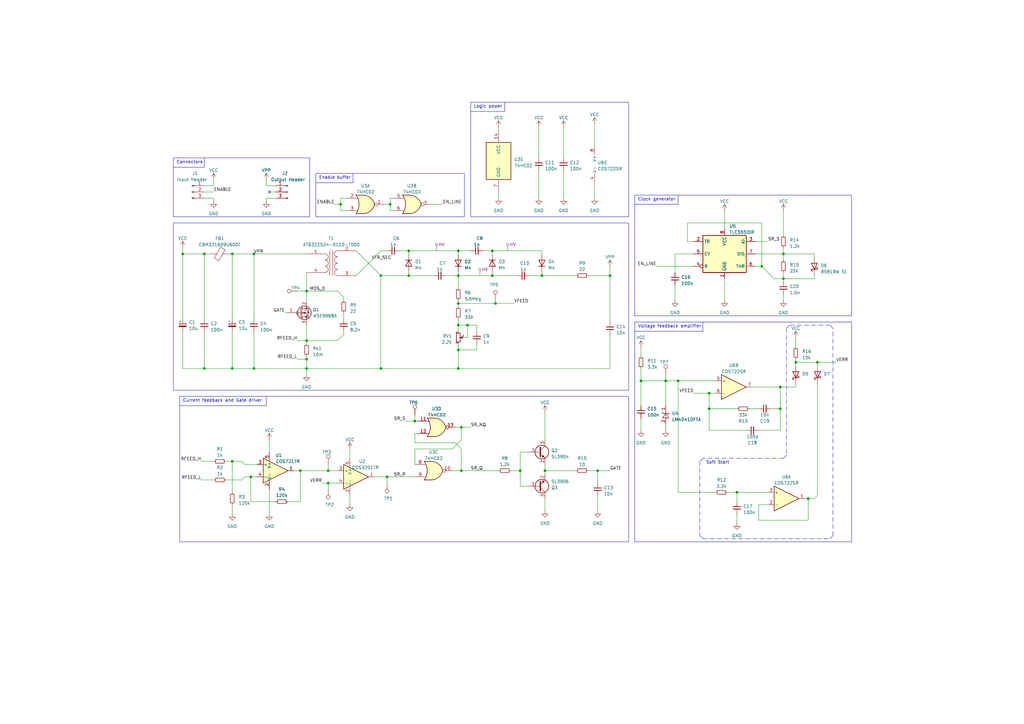
<source format=kicad_sch>
(kicad_sch (version 20230121) (generator eeschema)

  (uuid cbce1c9b-145a-4699-84cc-032e6740ebf0)

  (paper "A3")

  (title_block
    (title "170V Boost converter and controller")
    (rev "V1")
    (company "Alessandro Mauri")
  )

  

  (junction (at 134.62 198.12) (diameter 0) (color 0 0 0 0)
    (uuid 037bc7e2-60f8-4ad7-a79a-1ab5137811b4)
  )
  (junction (at 335.28 148.59) (diameter 0) (color 0 0 0 0)
    (uuid 05e7d7ef-d3ff-4c82-95b9-b7b1e2fd50e7)
  )
  (junction (at 222.25 113.03) (diameter 0) (color 0 0 0 0)
    (uuid 0aaa9dbb-41c4-4219-ae69-b112f6a86571)
  )
  (junction (at 321.31 114.3) (diameter 0) (color 0 0 0 0)
    (uuid 10585718-050b-4a64-9f3f-f980a51ababb)
  )
  (junction (at 187.96 124.46) (diameter 0) (color 0 0 0 0)
    (uuid 20649430-1e00-4e94-b285-1f369bfe7146)
  )
  (junction (at 83.82 151.13) (diameter 0) (color 0 0 0 0)
    (uuid 2181eb68-139d-495f-9818-9c3ef9ca9531)
  )
  (junction (at 104.14 151.13) (diameter 0) (color 0 0 0 0)
    (uuid 27f888b8-a6f7-4f8a-a863-c8aa21dddf3e)
  )
  (junction (at 187.96 143.51) (diameter 0) (color 0 0 0 0)
    (uuid 2e9cb789-cde9-4078-8927-8e4a92557746)
  )
  (junction (at 290.83 167.64) (diameter 0) (color 0 0 0 0)
    (uuid 35b7aeef-5d18-4d21-8433-d0d8ed5d7845)
  )
  (junction (at 201.93 113.03) (diameter 0) (color 0 0 0 0)
    (uuid 361a9328-8a96-4c03-b9f2-2500c1e13ad2)
  )
  (junction (at 102.87 195.58) (diameter 0) (color 0 0 0 0)
    (uuid 3c7252d8-e5c0-4d81-a767-3123adf75f81)
  )
  (junction (at 187.96 151.13) (diameter 0) (color 0 0 0 0)
    (uuid 3de06667-26d6-46a3-a9a7-fc3c8a39a876)
  )
  (junction (at 331.47 204.47) (diameter 0) (color 0 0 0 0)
    (uuid 3f433c90-6fc7-4eb6-8ee6-0083828d81e8)
  )
  (junction (at 123.19 193.04) (diameter 0) (color 0 0 0 0)
    (uuid 41b28f68-4cb2-4d88-ad48-124dc4e00531)
  )
  (junction (at 156.21 151.13) (diameter 0) (color 0 0 0 0)
    (uuid 446da3d9-efcb-45e5-b834-7f61beb212d6)
  )
  (junction (at 95.25 189.23) (diameter 0) (color 0 0 0 0)
    (uuid 48fd5879-d73a-4d58-a27d-e9ba564676d2)
  )
  (junction (at 245.11 193.04) (diameter 0) (color 0 0 0 0)
    (uuid 49c35e0a-6950-4b1c-9db0-92c4f39c8811)
  )
  (junction (at 191.77 133.35) (diameter 0) (color 0 0 0 0)
    (uuid 4b2ba0b4-7732-4a15-88f2-9a851e8ff6d0)
  )
  (junction (at 134.62 193.04) (diameter 0) (color 0 0 0 0)
    (uuid 4b7b5556-8f25-4d9d-a988-60a1365b03d9)
  )
  (junction (at 250.19 113.03) (diameter 0) (color 0 0 0 0)
    (uuid 4f7252f4-14df-464a-867f-bf7f4746796d)
  )
  (junction (at 320.04 158.75) (diameter 0) (color 0 0 0 0)
    (uuid 51394fd0-3264-4f25-aa12-ac5dd5051fc0)
  )
  (junction (at 167.64 102.87) (diameter 0) (color 0 0 0 0)
    (uuid 5d34ba1a-56cb-476f-94c8-31c261ad09a0)
  )
  (junction (at 213.36 193.04) (diameter 0) (color 0 0 0 0)
    (uuid 5d7c4d2a-3a2d-445f-b45f-16a90051a842)
  )
  (junction (at 167.64 113.03) (diameter 0) (color 0 0 0 0)
    (uuid 5f3d4238-30a3-4c77-87cc-0edd8d7530a0)
  )
  (junction (at 104.14 104.14) (diameter 0) (color 0 0 0 0)
    (uuid 63f041bd-9efb-4506-89d8-c45f072938e9)
  )
  (junction (at 187.96 102.87) (diameter 0) (color 0 0 0 0)
    (uuid 64b35b99-6ef3-4d08-96d4-c2f2f9452c24)
  )
  (junction (at 125.73 151.13) (diameter 0) (color 0 0 0 0)
    (uuid 7450e237-3542-484e-a401-90d6ed0cfa24)
  )
  (junction (at 95.25 104.14) (diameter 0) (color 0 0 0 0)
    (uuid 752c2214-81d8-4bd7-95fe-318e9cc56131)
  )
  (junction (at 156.21 113.03) (diameter 0) (color 0 0 0 0)
    (uuid 8565dd7a-71ab-4a48-9a6f-17e035483375)
  )
  (junction (at 83.82 104.14) (diameter 0) (color 0 0 0 0)
    (uuid 87fe3f9a-74f6-4c69-8e3e-7cff88e3ec0e)
  )
  (junction (at 160.02 83.82) (diameter 0) (color 0 0 0 0)
    (uuid 8b828cb3-0a29-4b5b-a1fd-7a9aab2434a6)
  )
  (junction (at 187.96 113.03) (diameter 0) (color 0 0 0 0)
    (uuid 8cef1d04-c561-41b0-9641-11b43ed34667)
  )
  (junction (at 320.04 167.64) (diameter 0) (color 0 0 0 0)
    (uuid 91e3bdd1-4c5f-4246-8087-9adcf40ad407)
  )
  (junction (at 189.23 175.26) (diameter 0) (color 0 0 0 0)
    (uuid 9ed8efc2-717d-41b2-88b3-d727a352b300)
  )
  (junction (at 273.05 156.21) (diameter 0) (color 0 0 0 0)
    (uuid a2cda6aa-ce7d-4fe5-a219-ae329e5f739e)
  )
  (junction (at 189.23 193.04) (diameter 0) (color 0 0 0 0)
    (uuid a5fea039-c385-49b1-9abf-4f2c3ff4c849)
  )
  (junction (at 201.93 102.87) (diameter 0) (color 0 0 0 0)
    (uuid ab3fefa5-034a-46b3-a75e-028955529cdf)
  )
  (junction (at 326.39 148.59) (diameter 0) (color 0 0 0 0)
    (uuid bd8a268b-a041-4de5-8ad2-e02c212a9143)
  )
  (junction (at 125.73 147.32) (diameter 0) (color 0 0 0 0)
    (uuid bedd0b38-829e-4bea-8bb2-924df70f622a)
  )
  (junction (at 321.31 104.14) (diameter 0) (color 0 0 0 0)
    (uuid bf82d548-c56f-4790-a8ea-8aa48d0af590)
  )
  (junction (at 139.7 83.82) (diameter 0) (color 0 0 0 0)
    (uuid ca7741f4-451d-46b9-bbba-5814ea9781c8)
  )
  (junction (at 223.52 193.04) (diameter 0) (color 0 0 0 0)
    (uuid ca950303-0e30-4253-b242-d6c5e1b974e9)
  )
  (junction (at 74.93 104.14) (diameter 0) (color 0 0 0 0)
    (uuid d030cabf-a5ba-4963-adc7-858525385303)
  )
  (junction (at 95.25 151.13) (diameter 0) (color 0 0 0 0)
    (uuid d595b2ef-bccf-4d7c-bc72-d82087674376)
  )
  (junction (at 302.26 201.93) (diameter 0) (color 0 0 0 0)
    (uuid d8aa9260-8eb2-4b55-9e8b-711045d7fc4c)
  )
  (junction (at 262.89 156.21) (diameter 0) (color 0 0 0 0)
    (uuid db9fd39a-5cb4-4f72-84b4-cb9c1c251920)
  )
  (junction (at 290.83 161.29) (diameter 0) (color 0 0 0 0)
    (uuid dd891383-b55e-443d-b533-88569e3671ea)
  )
  (junction (at 158.75 195.58) (diameter 0) (color 0 0 0 0)
    (uuid e0b7f66a-38bf-4f60-8657-7d50d73b8c76)
  )
  (junction (at 187.96 133.35) (diameter 0) (color 0 0 0 0)
    (uuid e1617fd2-c844-49a0-b380-62ff52275dcd)
  )
  (junction (at 170.18 172.72) (diameter 0) (color 0 0 0 0)
    (uuid e1720c9b-aa74-443c-ac64-ffc36994908c)
  )
  (junction (at 278.13 156.21) (diameter 0) (color 0 0 0 0)
    (uuid e4c81687-4498-4523-ba06-5b9afcd96b0e)
  )
  (junction (at 125.73 119.38) (diameter 0) (color 0 0 0 0)
    (uuid e4f336fa-9732-4bba-9e89-8ca39e856c51)
  )
  (junction (at 125.73 139.7) (diameter 0) (color 0 0 0 0)
    (uuid e87291da-ee9b-4258-beae-2dd05c4ee409)
  )
  (junction (at 203.2 124.46) (diameter 0) (color 0 0 0 0)
    (uuid e9606684-adf5-4413-b59e-541063aae562)
  )
  (junction (at 312.42 109.22) (diameter 0) (color 0 0 0 0)
    (uuid ff71b40a-9674-48b2-b6bb-bf5857f8504d)
  )

  (no_connect (at 110.49 78.74) (uuid 78bbbfb7-ca68-41e2-b68d-166d6bed0f39))

  (wire (pts (xy 189.23 184.15) (xy 189.23 193.04))
    (stroke (width 0) (type default))
    (uuid 0116daf0-5ae0-487c-9bb4-b0f552da91cf)
  )
  (wire (pts (xy 92.71 189.23) (xy 95.25 189.23))
    (stroke (width 0) (type default))
    (uuid 029d30c4-19d2-49db-94b9-61b8a5c424bd)
  )
  (wire (pts (xy 139.7 83.82) (xy 139.7 86.36))
    (stroke (width 0) (type default))
    (uuid 04cd3a17-35ec-43fe-b624-e2a4d8f3b3e8)
  )
  (wire (pts (xy 74.93 104.14) (xy 74.93 130.81))
    (stroke (width 0) (type default))
    (uuid 0523a9a6-9760-4433-9490-9db5ea44377a)
  )
  (wire (pts (xy 309.88 109.22) (xy 312.42 109.22))
    (stroke (width 0) (type default))
    (uuid 0546260d-5e28-4b62-b2bd-4c05a80a9019)
  )
  (wire (pts (xy 140.97 137.16) (xy 138.43 139.7))
    (stroke (width 0) (type default))
    (uuid 059008a1-6aee-4c3f-b695-1e7a6c43459c)
  )
  (wire (pts (xy 273.05 156.21) (xy 273.05 166.37))
    (stroke (width 0) (type default))
    (uuid 06b88a68-cc3b-4266-a3d9-2ea372e7e58d)
  )
  (wire (pts (xy 191.77 133.35) (xy 191.77 138.43))
    (stroke (width 0) (type default))
    (uuid 07cce6de-5d8b-4fcd-9375-d7c8445ab389)
  )
  (wire (pts (xy 187.96 102.87) (xy 187.96 104.14))
    (stroke (width 0) (type default))
    (uuid 07d0c83b-d465-4260-af0d-9562fcc7ea54)
  )
  (wire (pts (xy 170.18 170.18) (xy 170.18 172.72))
    (stroke (width 0) (type default))
    (uuid 08dc4543-eb54-4d94-8839-915bd10a397c)
  )
  (polyline (pts (xy 287.02 219.71) (xy 288.29 220.98))
    (stroke (width 0) (type dash_dot))
    (uuid 0aa8aaea-51fc-4ac0-9c7b-15788f800b12)
  )

  (wire (pts (xy 170.18 184.15) (xy 185.42 184.15))
    (stroke (width 0) (type default))
    (uuid 0ad95cde-65e6-4e14-81a7-16780057154f)
  )
  (wire (pts (xy 132.08 198.12) (xy 134.62 198.12))
    (stroke (width 0) (type default))
    (uuid 0c3f23cb-6f7e-4585-af67-e252b7c1627d)
  )
  (wire (pts (xy 92.71 196.85) (xy 99.06 196.85))
    (stroke (width 0) (type default))
    (uuid 0cb45fac-a2c4-4b4f-9d9b-58849e00dbc9)
  )
  (wire (pts (xy 326.39 147.32) (xy 326.39 148.59))
    (stroke (width 0) (type default))
    (uuid 0d6a0d43-0047-4710-ba15-8d907f290897)
  )
  (wire (pts (xy 290.83 176.53) (xy 306.07 176.53))
    (stroke (width 0) (type default))
    (uuid 0ded2909-bf29-4026-857e-ea158000a96a)
  )
  (wire (pts (xy 125.73 146.05) (xy 125.73 147.32))
    (stroke (width 0) (type default))
    (uuid 0fe09758-33d1-4565-86f5-616694ebfcb3)
  )
  (polyline (pts (xy 340.36 220.98) (xy 341.63 219.71))
    (stroke (width 0) (type dash_dot))
    (uuid 10c592a9-c317-4ffd-a369-e15b603c2f8d)
  )

  (wire (pts (xy 241.3 113.03) (xy 250.19 113.03))
    (stroke (width 0) (type default))
    (uuid 11134033-96bb-4b28-8df1-9c7ec1f76c7b)
  )
  (wire (pts (xy 156.21 113.03) (xy 167.64 113.03))
    (stroke (width 0) (type default))
    (uuid 114b4a40-17c1-42a3-b10e-c3e42d50915f)
  )
  (wire (pts (xy 93.98 104.14) (xy 95.25 104.14))
    (stroke (width 0) (type default))
    (uuid 11618ab3-0776-422e-8e53-a082be85b8bd)
  )
  (wire (pts (xy 185.42 193.04) (xy 189.23 193.04))
    (stroke (width 0) (type default))
    (uuid 11978129-f97f-4579-92fc-6ecae7caeb0d)
  )
  (wire (pts (xy 134.62 198.12) (xy 138.43 198.12))
    (stroke (width 0) (type default))
    (uuid 11f4312a-b18f-43a6-b47f-197e2a5921f3)
  )
  (wire (pts (xy 167.64 113.03) (xy 177.8 113.03))
    (stroke (width 0) (type default))
    (uuid 1236f8bc-1321-44da-988f-3eb1e9fd1d8e)
  )
  (wire (pts (xy 187.96 143.51) (xy 195.58 143.51))
    (stroke (width 0) (type default))
    (uuid 12bc9f8b-44dd-4e02-993e-e38727921858)
  )
  (wire (pts (xy 110.49 78.74) (xy 113.03 78.74))
    (stroke (width 0) (type default))
    (uuid 13a5eaea-0762-40ef-b42d-213d4fb67283)
  )
  (wire (pts (xy 187.96 140.97) (xy 187.96 143.51))
    (stroke (width 0) (type default))
    (uuid 13f75b46-4163-47ad-a90e-f3f148a64483)
  )
  (wire (pts (xy 125.73 119.38) (xy 125.73 123.19))
    (stroke (width 0) (type default))
    (uuid 148cc764-d17c-4b63-834d-ab40c327dd8e)
  )
  (wire (pts (xy 125.73 151.13) (xy 125.73 153.67))
    (stroke (width 0) (type default))
    (uuid 1653827a-1132-42b1-be9f-0482b3fe7541)
  )
  (wire (pts (xy 140.97 121.92) (xy 138.43 119.38))
    (stroke (width 0) (type default))
    (uuid 16f878cd-68b5-45fd-9e23-aa697ad549e0)
  )
  (wire (pts (xy 157.48 83.82) (xy 160.02 83.82))
    (stroke (width 0) (type default))
    (uuid 17bbb85c-4d62-419e-8587-5184a2eacb3e)
  )
  (wire (pts (xy 95.25 207.01) (xy 95.25 210.82))
    (stroke (width 0) (type default))
    (uuid 180881a4-44c6-4792-b00a-8cc125de0b2e)
  )
  (wire (pts (xy 331.47 204.47) (xy 334.01 204.47))
    (stroke (width 0) (type default))
    (uuid 18dcd814-b713-4907-91fe-6075d789d0bb)
  )
  (wire (pts (xy 187.96 124.46) (xy 187.96 125.73))
    (stroke (width 0) (type default))
    (uuid 1b1c2b6a-c614-44f1-9c1c-7566901bcbf2)
  )
  (polyline (pts (xy 323.85 133.35) (xy 322.58 134.62))
    (stroke (width 0) (type dash_dot))
    (uuid 1b4f8558-ffed-4834-aabc-6128bc1ff631)
  )

  (wire (pts (xy 189.23 175.26) (xy 189.23 180.34))
    (stroke (width 0) (type default))
    (uuid 1b5dfe4c-25dd-477f-8bb8-3b572a928085)
  )
  (wire (pts (xy 146.05 102.87) (xy 156.21 113.03))
    (stroke (width 0) (type default))
    (uuid 1d7c7f4e-5486-4a19-b25a-70bb36be51e3)
  )
  (polyline (pts (xy 322.58 134.62) (xy 322.58 186.69))
    (stroke (width 0) (type dash_dot))
    (uuid 1dac0dd4-cc3f-47c3-bfc4-dcaaf515b961)
  )
  (polyline (pts (xy 341.63 219.71) (xy 341.63 134.62))
    (stroke (width 0) (type dash_dot))
    (uuid 1fc58c0d-8b7e-408c-b537-38ba98dc34e8)
  )
  (polyline (pts (xy 73.66 166.37) (xy 109.22 166.37))
    (stroke (width 0) (type default))
    (uuid 22a94817-e476-47d8-b824-12ffffd61574)
  )

  (wire (pts (xy 95.25 189.23) (xy 95.25 201.93))
    (stroke (width 0) (type default))
    (uuid 240258d7-8ff0-4b91-b80f-0177e8175b25)
  )
  (wire (pts (xy 123.19 193.04) (xy 134.62 193.04))
    (stroke (width 0) (type default))
    (uuid 24b1edf6-75ff-4d48-8225-050183435429)
  )
  (wire (pts (xy 186.69 175.26) (xy 189.23 175.26))
    (stroke (width 0) (type default))
    (uuid 24d0f39a-f271-4e1c-82ee-c64fa35041d9)
  )
  (wire (pts (xy 187.96 113.03) (xy 201.93 113.03))
    (stroke (width 0) (type default))
    (uuid 259fb412-9472-49e6-9659-158a12bdf00c)
  )
  (wire (pts (xy 156.21 151.13) (xy 187.96 151.13))
    (stroke (width 0) (type default))
    (uuid 2aacb643-24ba-4ea8-98fd-db3afc18239a)
  )
  (wire (pts (xy 109.22 81.28) (xy 113.03 81.28))
    (stroke (width 0) (type default))
    (uuid 2b5bd6e1-8549-4af2-8aae-90de48e3e8b0)
  )
  (wire (pts (xy 190.5 138.43) (xy 191.77 138.43))
    (stroke (width 0) (type default))
    (uuid 2b85d2a6-08a7-450b-9b0b-62556a4db3e1)
  )
  (wire (pts (xy 83.82 104.14) (xy 86.36 104.14))
    (stroke (width 0) (type default))
    (uuid 2c8cf957-4f74-43bb-8183-63c127ac34a2)
  )
  (wire (pts (xy 125.73 139.7) (xy 138.43 139.7))
    (stroke (width 0) (type default))
    (uuid 2d58286d-582b-49c1-8a2f-f15e748d074b)
  )
  (wire (pts (xy 243.84 50.8) (xy 243.84 59.69))
    (stroke (width 0) (type default))
    (uuid 2dec5d8b-a214-4b57-8337-261a4a0e2bcb)
  )
  (wire (pts (xy 320.04 158.75) (xy 326.39 158.75))
    (stroke (width 0) (type default))
    (uuid 2f3e1ba0-6426-404e-a702-36b79b2e4cfd)
  )
  (wire (pts (xy 95.25 104.14) (xy 95.25 130.81))
    (stroke (width 0) (type default))
    (uuid 317de16a-fbfa-48f1-86e3-11801cd44095)
  )
  (wire (pts (xy 102.87 195.58) (xy 102.87 205.74))
    (stroke (width 0) (type default))
    (uuid 32b2e9eb-dc25-4f96-ba9e-144ea9e71ba9)
  )
  (wire (pts (xy 102.87 205.74) (xy 113.03 205.74))
    (stroke (width 0) (type default))
    (uuid 35426e01-d3d4-4f94-aa27-6dfb3d8ee661)
  )
  (wire (pts (xy 83.82 151.13) (xy 95.25 151.13))
    (stroke (width 0) (type default))
    (uuid 36b59985-bd32-4696-acc2-3fdfcec0b6a0)
  )
  (wire (pts (xy 104.14 104.14) (xy 104.14 130.81))
    (stroke (width 0) (type default))
    (uuid 36f209b2-f25c-4850-8cf0-0a3108451c17)
  )
  (wire (pts (xy 74.93 101.6) (xy 74.93 104.14))
    (stroke (width 0) (type default))
    (uuid 370d0da6-7c7c-4cc8-9c89-1ec4079e1945)
  )
  (wire (pts (xy 74.93 135.89) (xy 74.93 151.13))
    (stroke (width 0) (type default))
    (uuid 38fc6213-775e-4097-b70f-fb43e1c2eb70)
  )
  (wire (pts (xy 95.25 151.13) (xy 104.14 151.13))
    (stroke (width 0) (type default))
    (uuid 39d96483-185a-4ac9-8ee6-211ef0558c0b)
  )
  (wire (pts (xy 87.63 81.28) (xy 87.63 82.55))
    (stroke (width 0) (type default))
    (uuid 3aec9869-d135-4a45-895c-8c361cbcc68e)
  )
  (wire (pts (xy 95.25 104.14) (xy 104.14 104.14))
    (stroke (width 0) (type default))
    (uuid 3ba0907d-5215-40b6-9c7f-feb2c78d2956)
  )
  (wire (pts (xy 167.64 102.87) (xy 187.96 102.87))
    (stroke (width 0) (type default))
    (uuid 3c1c91a2-9b3d-4dd9-8f40-431bfef7c171)
  )
  (wire (pts (xy 187.96 133.35) (xy 187.96 135.89))
    (stroke (width 0) (type default))
    (uuid 3c6a54c5-e45f-4dce-ba58-12a5e36ec899)
  )
  (wire (pts (xy 217.17 113.03) (xy 222.25 113.03))
    (stroke (width 0) (type default))
    (uuid 3ce797c6-6d59-40ed-90c2-b0cdc7843150)
  )
  (wire (pts (xy 302.26 201.93) (xy 302.26 205.74))
    (stroke (width 0) (type default))
    (uuid 3e801497-4719-481c-ade8-06f4a4f756c8)
  )
  (wire (pts (xy 321.31 114.3) (xy 334.01 114.3))
    (stroke (width 0) (type default))
    (uuid 3e9d3980-df58-48c3-898e-18189365574c)
  )
  (wire (pts (xy 125.73 111.76) (xy 125.73 119.38))
    (stroke (width 0) (type default))
    (uuid 3f6b02a8-c747-4473-b23c-374fc846daec)
  )
  (polyline (pts (xy 71.12 68.58) (xy 83.82 68.58))
    (stroke (width 0) (type default))
    (uuid 41062b12-b46b-4955-b9eb-f048e2454191)
  )

  (wire (pts (xy 326.39 158.75) (xy 326.39 157.48))
    (stroke (width 0) (type default))
    (uuid 412dc3ad-a65c-4b21-b4ee-aee881d4b377)
  )
  (wire (pts (xy 231.14 69.85) (xy 231.14 81.28))
    (stroke (width 0) (type default))
    (uuid 424845c2-c144-486f-944b-d11958b06609)
  )
  (wire (pts (xy 143.51 203.2) (xy 143.51 207.01))
    (stroke (width 0) (type default))
    (uuid 428d6fba-79f3-4e01-a6e2-bd65e798cb4d)
  )
  (wire (pts (xy 195.58 133.35) (xy 195.58 135.89))
    (stroke (width 0) (type default))
    (uuid 437084c6-869b-405f-be58-f7d4ad1d5ed5)
  )
  (wire (pts (xy 320.04 158.75) (xy 320.04 167.64))
    (stroke (width 0) (type default))
    (uuid 460597f8-0978-46d5-91fa-96d82ad4d837)
  )
  (wire (pts (xy 278.13 156.21) (xy 278.13 201.93))
    (stroke (width 0) (type default))
    (uuid 4655cf7f-3543-4ed1-8345-4d42bad3325e)
  )
  (wire (pts (xy 284.48 161.29) (xy 290.83 161.29))
    (stroke (width 0) (type default))
    (uuid 47117b89-1713-4a28-9781-2169736b56e6)
  )
  (wire (pts (xy 281.94 91.44) (xy 281.94 99.06))
    (stroke (width 0) (type default))
    (uuid 47bf9120-edca-4953-b776-2032447e4f4f)
  )
  (wire (pts (xy 116.84 128.27) (xy 118.11 128.27))
    (stroke (width 0) (type default))
    (uuid 48b9c60d-cd8f-4240-9351-9da8da86d867)
  )
  (wire (pts (xy 160.02 81.28) (xy 160.02 83.82))
    (stroke (width 0) (type default))
    (uuid 48e26f6a-88a5-4705-ad6e-ef19cca093b7)
  )
  (polyline (pts (xy 322.58 186.69) (xy 321.31 187.96))
    (stroke (width 0) (type dash_dot))
    (uuid 49762f6f-d9a8-4346-b1a6-62bcee5ff5da)
  )

  (wire (pts (xy 262.89 156.21) (xy 262.89 166.37))
    (stroke (width 0) (type default))
    (uuid 4a078500-bb9a-45dd-ab74-840667a2630d)
  )
  (wire (pts (xy 99.06 196.85) (xy 100.33 195.58))
    (stroke (width 0) (type default))
    (uuid 4e362d86-ebd8-44f2-a941-ee81112a437e)
  )
  (polyline (pts (xy 144.78 71.12) (xy 144.78 74.93))
    (stroke (width 0) (type default))
    (uuid 4ee23ccf-d840-461b-982d-68ca31279093)
  )

  (wire (pts (xy 167.64 102.87) (xy 167.64 104.14))
    (stroke (width 0) (type default))
    (uuid 4ee770bc-7312-4f18-aa2f-8da8bb3b3587)
  )
  (wire (pts (xy 220.98 52.07) (xy 220.98 64.77))
    (stroke (width 0) (type default))
    (uuid 4efc5cfd-f9b7-433c-8c85-58342a0e6e1c)
  )
  (wire (pts (xy 309.88 104.14) (xy 321.31 104.14))
    (stroke (width 0) (type default))
    (uuid 4f0492aa-d354-4a2f-957a-b0c16661933b)
  )
  (polyline (pts (xy 109.22 162.56) (xy 109.22 166.37))
    (stroke (width 0) (type default))
    (uuid 4f4aa186-90c6-4f6c-8f26-badd20d091a9)
  )

  (wire (pts (xy 121.92 139.7) (xy 125.73 139.7))
    (stroke (width 0) (type default))
    (uuid 50b82c17-e83d-4419-b7ef-7a9b9aa3fdd3)
  )
  (wire (pts (xy 204.47 52.07) (xy 204.47 53.34))
    (stroke (width 0) (type default))
    (uuid 50cd578b-2036-4880-b613-af1075a8cde1)
  )
  (wire (pts (xy 120.65 193.04) (xy 123.19 193.04))
    (stroke (width 0) (type default))
    (uuid 5151bba6-b64a-4612-8af3-3310311fc467)
  )
  (wire (pts (xy 317.5 114.3) (xy 321.31 114.3))
    (stroke (width 0) (type default))
    (uuid 5266b4eb-34e6-4cf9-bb39-b0a6727956ee)
  )
  (wire (pts (xy 278.13 156.21) (xy 293.37 156.21))
    (stroke (width 0) (type default))
    (uuid 5375a4da-8b77-499f-b340-cbcb72768492)
  )
  (wire (pts (xy 187.96 130.81) (xy 187.96 133.35))
    (stroke (width 0) (type default))
    (uuid 55030f98-e02c-4d39-bf63-7c5760d0a68b)
  )
  (wire (pts (xy 222.25 111.76) (xy 222.25 113.03))
    (stroke (width 0) (type default))
    (uuid 55413978-7918-46e9-b3ea-fe6f8594e830)
  )
  (wire (pts (xy 262.89 142.24) (xy 262.89 146.05))
    (stroke (width 0) (type default))
    (uuid 55df151d-23b1-4146-a716-ac53d415bc0f)
  )
  (wire (pts (xy 139.7 81.28) (xy 139.7 83.82))
    (stroke (width 0) (type default))
    (uuid 568defdf-2232-4be5-afc8-cf5e5b42c6ab)
  )
  (wire (pts (xy 187.96 102.87) (xy 193.04 102.87))
    (stroke (width 0) (type default))
    (uuid 57991b58-72b3-4eb2-bbf5-2466f4875c01)
  )
  (wire (pts (xy 278.13 201.93) (xy 293.37 201.93))
    (stroke (width 0) (type default))
    (uuid 57a25f6f-6c8f-4e50-b7ff-4ef20ca11ec5)
  )
  (polyline (pts (xy 83.82 64.77) (xy 83.82 68.58))
    (stroke (width 0) (type default))
    (uuid 57b11b2e-f075-4afd-92af-d4263ef019b0)
  )

  (wire (pts (xy 125.73 119.38) (xy 138.43 119.38))
    (stroke (width 0) (type default))
    (uuid 5880a721-586a-4e82-a14e-cc7751e6ad60)
  )
  (wire (pts (xy 321.31 101.6) (xy 321.31 104.14))
    (stroke (width 0) (type default))
    (uuid 591600ea-a007-4d6b-b115-08a50c84d794)
  )
  (polyline (pts (xy 260.35 83.82) (xy 278.13 83.82))
    (stroke (width 0) (type default))
    (uuid 5a035c1a-d949-4076-8323-d60668843d95)
  )

  (wire (pts (xy 82.55 189.23) (xy 87.63 189.23))
    (stroke (width 0) (type default))
    (uuid 5c4f449d-a203-4cde-a34c-92146cfb0ea8)
  )
  (wire (pts (xy 134.62 198.12) (xy 134.62 200.66))
    (stroke (width 0) (type default))
    (uuid 5d7abf0a-f885-45f7-9bfd-4d16c20f2c36)
  )
  (wire (pts (xy 121.92 147.32) (xy 125.73 147.32))
    (stroke (width 0) (type default))
    (uuid 608a5d5c-655c-49e0-be80-43a96642975b)
  )
  (wire (pts (xy 95.25 135.89) (xy 95.25 151.13))
    (stroke (width 0) (type default))
    (uuid 60fa5496-94d3-45ba-9107-7a8062464098)
  )
  (wire (pts (xy 222.25 102.87) (xy 222.25 104.14))
    (stroke (width 0) (type default))
    (uuid 6121b43d-bae3-4628-bc94-663c45d194e3)
  )
  (wire (pts (xy 82.55 196.85) (xy 87.63 196.85))
    (stroke (width 0) (type default))
    (uuid 61ae674b-df63-4062-a6c0-bd0872701c30)
  )
  (wire (pts (xy 273.05 153.67) (xy 273.05 156.21))
    (stroke (width 0) (type default))
    (uuid 62ea33ce-366b-4c6e-95b3-2236f71351d5)
  )
  (wire (pts (xy 321.31 104.14) (xy 321.31 106.68))
    (stroke (width 0) (type default))
    (uuid 655f1ba9-e3dc-4553-b6b8-4048c387926d)
  )
  (wire (pts (xy 223.52 190.5) (xy 223.52 193.04))
    (stroke (width 0) (type default))
    (uuid 656efe0e-aae8-4694-9dcf-fb25c0a10b7b)
  )
  (wire (pts (xy 201.93 111.76) (xy 201.93 113.03))
    (stroke (width 0) (type default))
    (uuid 662fb48d-9f3a-4f82-8a77-65bf63091b9a)
  )
  (wire (pts (xy 311.15 207.01) (xy 311.15 213.36))
    (stroke (width 0) (type default))
    (uuid 6a8fbae5-365a-4416-871a-74d01b4d246a)
  )
  (wire (pts (xy 201.93 113.03) (xy 212.09 113.03))
    (stroke (width 0) (type default))
    (uuid 6b38e574-e036-4df1-808b-4e4e90a45dbe)
  )
  (wire (pts (xy 213.36 185.42) (xy 215.9 185.42))
    (stroke (width 0) (type default))
    (uuid 6b537cea-10d5-441f-9bad-8aab7a184d6b)
  )
  (wire (pts (xy 143.51 184.15) (xy 143.51 187.96))
    (stroke (width 0) (type default))
    (uuid 6b6251aa-8087-407d-80f6-fb9fcdae1f81)
  )
  (wire (pts (xy 161.29 81.28) (xy 160.02 81.28))
    (stroke (width 0) (type default))
    (uuid 6c725bcc-f7dc-447d-becf-d4e430f9bcdc)
  )
  (wire (pts (xy 320.04 176.53) (xy 320.04 167.64))
    (stroke (width 0) (type default))
    (uuid 70d999ed-ec10-47e2-9db2-eb3c39553d7f)
  )
  (wire (pts (xy 321.31 86.36) (xy 321.31 96.52))
    (stroke (width 0) (type default))
    (uuid 7353ebd9-f067-4aaf-bf5c-f7a19f4979b1)
  )
  (wire (pts (xy 312.42 109.22) (xy 317.5 114.3))
    (stroke (width 0) (type default))
    (uuid 76d93c65-f65c-467f-a209-f9718549da14)
  )
  (polyline (pts (xy 341.63 134.62) (xy 340.36 133.35))
    (stroke (width 0) (type dash_dot))
    (uuid 77a200de-859f-486f-a01f-808861bb8c98)
  )

  (wire (pts (xy 134.62 193.04) (xy 138.43 193.04))
    (stroke (width 0) (type default))
    (uuid 794dd129-c36d-4f3b-a026-dc0532d8275c)
  )
  (wire (pts (xy 187.96 151.13) (xy 250.19 151.13))
    (stroke (width 0) (type default))
    (uuid 79b06e89-8c2c-41d7-be50-e4f80fc868c9)
  )
  (wire (pts (xy 74.93 151.13) (xy 83.82 151.13))
    (stroke (width 0) (type default))
    (uuid 7a3f6ed0-51cf-4a50-a7f2-ba7016149cf1)
  )
  (wire (pts (xy 297.18 86.36) (xy 297.18 93.98))
    (stroke (width 0) (type default))
    (uuid 7aa64d97-9325-4867-9021-4aa1cef5c146)
  )
  (wire (pts (xy 198.12 102.87) (xy 201.93 102.87))
    (stroke (width 0) (type default))
    (uuid 7ba3fc87-37df-47f5-be9e-331094b0e555)
  )
  (wire (pts (xy 160.02 86.36) (xy 161.29 86.36))
    (stroke (width 0) (type default))
    (uuid 7be9afe0-e7c7-4cde-a701-f3515e865f87)
  )
  (wire (pts (xy 330.2 204.47) (xy 331.47 204.47))
    (stroke (width 0) (type default))
    (uuid 7c819137-f2d0-44a8-b3c4-c93ee21c2b4c)
  )
  (wire (pts (xy 334.01 104.14) (xy 334.01 105.41))
    (stroke (width 0) (type default))
    (uuid 7c86ebd4-ee79-4b7c-aa7f-3240e97691d7)
  )
  (wire (pts (xy 182.88 113.03) (xy 187.96 113.03))
    (stroke (width 0) (type default))
    (uuid 7e4e3a82-f188-47a4-9c4d-a0dedfac9a78)
  )
  (wire (pts (xy 326.39 138.43) (xy 326.39 142.24))
    (stroke (width 0) (type default))
    (uuid 7fb6ed98-2d46-454a-a868-efe4d1d36c9d)
  )
  (wire (pts (xy 100.33 190.5) (xy 105.41 190.5))
    (stroke (width 0) (type default))
    (uuid 7fdeeab5-4df9-4449-89e3-204426839230)
  )
  (wire (pts (xy 158.75 195.58) (xy 158.75 198.12))
    (stroke (width 0) (type default))
    (uuid 807c60e5-8817-4583-a1f3-029d37a147f1)
  )
  (wire (pts (xy 87.63 73.66) (xy 87.63 76.2))
    (stroke (width 0) (type default))
    (uuid 82096a7c-a616-4e5d-a56b-f3c8a9e99c2e)
  )
  (wire (pts (xy 326.39 148.59) (xy 326.39 149.86))
    (stroke (width 0) (type default))
    (uuid 82369518-29a4-425a-b19b-e2fccde0b9bc)
  )
  (wire (pts (xy 110.49 200.66) (xy 110.49 210.82))
    (stroke (width 0) (type default))
    (uuid 83ac3fa6-f487-4cfd-ac26-e260e8561a8f)
  )
  (wire (pts (xy 187.96 111.76) (xy 187.96 113.03))
    (stroke (width 0) (type default))
    (uuid 84166364-529d-464b-b84b-3c6db2df2b98)
  )
  (wire (pts (xy 262.89 151.13) (xy 262.89 156.21))
    (stroke (width 0) (type default))
    (uuid 8454cb43-4e06-4c44-a34d-09885e20a869)
  )
  (wire (pts (xy 311.15 213.36) (xy 331.47 213.36))
    (stroke (width 0) (type default))
    (uuid 84f19c2e-acd2-4298-bd7d-3b4ad9ac2536)
  )
  (wire (pts (xy 74.93 104.14) (xy 83.82 104.14))
    (stroke (width 0) (type default))
    (uuid 85d20927-3059-40fb-8b91-afa1fd50fb47)
  )
  (wire (pts (xy 222.25 113.03) (xy 236.22 113.03))
    (stroke (width 0) (type default))
    (uuid 862c860b-d3fe-43a2-b809-e3b00da71a52)
  )
  (wire (pts (xy 187.96 143.51) (xy 187.96 151.13))
    (stroke (width 0) (type default))
    (uuid 86de7966-3d9d-41ee-9e71-1f73b38cb5fb)
  )
  (wire (pts (xy 204.47 78.74) (xy 204.47 81.28))
    (stroke (width 0) (type default))
    (uuid 88608f3d-f759-4746-b90f-bbe9bde7ae36)
  )
  (wire (pts (xy 290.83 167.64) (xy 302.26 167.64))
    (stroke (width 0) (type default))
    (uuid 891c50b1-af13-41bd-8406-7af164d8a6ee)
  )
  (wire (pts (xy 125.73 151.13) (xy 156.21 151.13))
    (stroke (width 0) (type default))
    (uuid 8a2844dc-d439-48ff-801c-cae4975734e1)
  )
  (wire (pts (xy 176.53 83.82) (xy 181.61 83.82))
    (stroke (width 0) (type default))
    (uuid 8c3f882a-511d-45d3-a2ee-2dbf4c1f1ad3)
  )
  (wire (pts (xy 276.86 104.14) (xy 284.48 104.14))
    (stroke (width 0) (type default))
    (uuid 8cbfa957-862e-48a1-b82e-3c4163ea1f6c)
  )
  (wire (pts (xy 223.52 193.04) (xy 236.22 193.04))
    (stroke (width 0) (type default))
    (uuid 8ce4890c-98ad-4f5a-848c-271ac1e707a2)
  )
  (wire (pts (xy 104.14 135.89) (xy 104.14 151.13))
    (stroke (width 0) (type default))
    (uuid 8d9aca6d-44d8-48fd-bb19-633f3faae9a0)
  )
  (wire (pts (xy 209.55 193.04) (xy 213.36 193.04))
    (stroke (width 0) (type default))
    (uuid 8e18a61f-2640-451a-9751-e1ba7cd4b848)
  )
  (wire (pts (xy 302.26 210.82) (xy 302.26 214.63))
    (stroke (width 0) (type default))
    (uuid 8e8eb6f6-6dd9-44fb-a908-707a86ce2a45)
  )
  (wire (pts (xy 250.19 113.03) (xy 250.19 132.08))
    (stroke (width 0) (type default))
    (uuid 8eebb118-5811-4bd9-bf74-6432c1126b0f)
  )
  (wire (pts (xy 308.61 158.75) (xy 320.04 158.75))
    (stroke (width 0) (type default))
    (uuid 8eff4edd-bf72-4e1e-b3d5-a43254d94cf8)
  )
  (wire (pts (xy 109.22 81.28) (xy 109.22 82.55))
    (stroke (width 0) (type default))
    (uuid 8f3503d3-b43a-4ad0-afbc-4dcc49ceb7a4)
  )
  (wire (pts (xy 269.24 109.22) (xy 284.48 109.22))
    (stroke (width 0) (type default))
    (uuid 8f7c944e-4ddd-4152-9c34-efdbed485f5c)
  )
  (wire (pts (xy 326.39 148.59) (xy 335.28 148.59))
    (stroke (width 0) (type default))
    (uuid 904d9f1b-b210-47cd-8f69-f96637537715)
  )
  (wire (pts (xy 109.22 73.66) (xy 109.22 76.2))
    (stroke (width 0) (type default))
    (uuid 91b4f5a0-d198-47d5-8083-09b76efc29aa)
  )
  (wire (pts (xy 302.26 201.93) (xy 314.96 201.93))
    (stroke (width 0) (type default))
    (uuid 93a116d7-c7b0-491d-953e-c6ef1f5b2f5e)
  )
  (wire (pts (xy 321.31 120.65) (xy 321.31 123.19))
    (stroke (width 0) (type default))
    (uuid 956e40d3-ab85-41f9-a52c-05c09848433f)
  )
  (wire (pts (xy 298.45 201.93) (xy 302.26 201.93))
    (stroke (width 0) (type default))
    (uuid 960f2056-974c-4211-b52f-a70422d603a6)
  )
  (wire (pts (xy 125.73 133.35) (xy 125.73 139.7))
    (stroke (width 0) (type default))
    (uuid 96d2eb72-ddfe-4a8b-a73f-ced9782e0373)
  )
  (wire (pts (xy 121.92 119.38) (xy 125.73 119.38))
    (stroke (width 0) (type default))
    (uuid 97718e05-e435-49da-9c22-942187cb8945)
  )
  (wire (pts (xy 311.15 176.53) (xy 320.04 176.53))
    (stroke (width 0) (type default))
    (uuid 98d376d6-cb93-47ad-96fc-c045a0837405)
  )
  (wire (pts (xy 297.18 114.3) (xy 297.18 123.19))
    (stroke (width 0) (type default))
    (uuid 99ac82c2-316d-44f6-b039-13725946e5d4)
  )
  (wire (pts (xy 118.11 205.74) (xy 123.19 205.74))
    (stroke (width 0) (type default))
    (uuid 9c146bbf-bec0-4840-9460-7d7738ff1751)
  )
  (wire (pts (xy 187.96 113.03) (xy 187.96 118.11))
    (stroke (width 0) (type default))
    (uuid 9fb26078-0471-4fce-a1fc-60a88973f16a)
  )
  (wire (pts (xy 223.52 168.91) (xy 223.52 180.34))
    (stroke (width 0) (type default))
    (uuid a4989d8e-5b08-486a-b137-ade0a598e5eb)
  )
  (wire (pts (xy 83.82 104.14) (xy 83.82 130.81))
    (stroke (width 0) (type default))
    (uuid a4d24d05-9c50-49f7-8e80-e77b081d75c9)
  )
  (wire (pts (xy 203.2 124.46) (xy 210.82 124.46))
    (stroke (width 0) (type default))
    (uuid a56b6b71-3bd2-4527-b434-d70fa521b50d)
  )
  (wire (pts (xy 170.18 184.15) (xy 170.18 190.5))
    (stroke (width 0) (type default))
    (uuid a955446a-b583-4dca-8c82-5909788e9049)
  )
  (wire (pts (xy 335.28 203.2) (xy 334.01 204.47))
    (stroke (width 0) (type default))
    (uuid a9b8c486-d1d6-4827-b7a4-2e7d5cac5abf)
  )
  (wire (pts (xy 276.86 116.84) (xy 276.86 123.19))
    (stroke (width 0) (type default))
    (uuid aae722f3-28c2-4789-8374-d46f8648abe4)
  )
  (wire (pts (xy 167.64 111.76) (xy 167.64 113.03))
    (stroke (width 0) (type default))
    (uuid ad55d248-a1a5-4d44-936b-7f9ac8162f80)
  )
  (wire (pts (xy 335.28 157.48) (xy 335.28 203.2))
    (stroke (width 0) (type default))
    (uuid ae3ccf0c-2e35-4324-b060-e55bd48f5d5e)
  )
  (wire (pts (xy 316.23 167.64) (xy 320.04 167.64))
    (stroke (width 0) (type default))
    (uuid af40ce15-9533-48bf-b21a-c7ef944b3d3c)
  )
  (wire (pts (xy 262.89 171.45) (xy 262.89 176.53))
    (stroke (width 0) (type default))
    (uuid b03a0086-2d71-40b4-883f-30b7ce79b766)
  )
  (wire (pts (xy 140.97 121.92) (xy 140.97 123.19))
    (stroke (width 0) (type default))
    (uuid b076ad0e-35f3-4e5e-9fe7-2a948d19aa62)
  )
  (polyline (pts (xy 287.02 189.23) (xy 287.02 219.71))
    (stroke (width 0) (type dash_dot))
    (uuid b0987e6f-35e4-42a1-b30f-baa6ac448f59)
  )

  (wire (pts (xy 290.83 161.29) (xy 293.37 161.29))
    (stroke (width 0) (type default))
    (uuid b0e4d692-b241-48eb-80ef-8b21075893fd)
  )
  (wire (pts (xy 189.23 180.34) (xy 185.42 184.15))
    (stroke (width 0) (type default))
    (uuid b1abee25-4c36-4e8a-b3c1-9add8be79421)
  )
  (polyline (pts (xy 193.04 45.72) (xy 207.01 45.72))
    (stroke (width 0) (type default))
    (uuid b1b3a974-aaaf-43fd-8bcf-15bd175141c0)
  )

  (wire (pts (xy 125.73 139.7) (xy 125.73 140.97))
    (stroke (width 0) (type default))
    (uuid b2918ebf-bde9-489a-8ecb-5663534790a1)
  )
  (wire (pts (xy 95.25 189.23) (xy 99.06 189.23))
    (stroke (width 0) (type default))
    (uuid b37fff30-11ca-4809-927f-c136323ff1b9)
  )
  (wire (pts (xy 290.83 176.53) (xy 290.83 167.64))
    (stroke (width 0) (type default))
    (uuid b41c23d5-0fee-4b46-aee9-b5ca7c1ad555)
  )
  (wire (pts (xy 312.42 91.44) (xy 312.42 109.22))
    (stroke (width 0) (type default))
    (uuid b51c4892-2cd4-4362-992a-3dffa055bf92)
  )
  (wire (pts (xy 321.31 104.14) (xy 334.01 104.14))
    (stroke (width 0) (type default))
    (uuid b53f6f92-cc6a-4b86-9a1a-cfadde1411e9)
  )
  (wire (pts (xy 83.82 78.74) (xy 87.63 78.74))
    (stroke (width 0) (type default))
    (uuid b57dcc02-8a7b-4061-ac94-a6744b6f4400)
  )
  (wire (pts (xy 170.18 177.8) (xy 170.18 181.61))
    (stroke (width 0) (type default))
    (uuid b5acaa5b-75f9-4558-9be8-d20a4b0015c9)
  )
  (wire (pts (xy 170.18 172.72) (xy 171.45 172.72))
    (stroke (width 0) (type default))
    (uuid b6f3d471-f07f-4c5c-b906-568d43ce2b73)
  )
  (wire (pts (xy 146.05 113.03) (xy 156.21 102.87))
    (stroke (width 0) (type default))
    (uuid b84eef69-0116-486c-a3f0-1255f8d56077)
  )
  (polyline (pts (xy 288.29 187.96) (xy 287.02 189.23))
    (stroke (width 0) (type dash_dot))
    (uuid b9608926-ebe6-49f0-806a-d5d82fce992e)
  )

  (wire (pts (xy 158.75 195.58) (xy 170.18 195.58))
    (stroke (width 0) (type default))
    (uuid bcd897d7-fc67-40d5-b975-b8a1248ab8d8)
  )
  (wire (pts (xy 273.05 173.99) (xy 273.05 176.53))
    (stroke (width 0) (type default))
    (uuid bdc3d212-ccf8-4d3c-a409-dc9077c7f280)
  )
  (wire (pts (xy 187.96 124.46) (xy 203.2 124.46))
    (stroke (width 0) (type default))
    (uuid bec3bf59-9ee3-4f20-95c8-ffcafacc41c5)
  )
  (wire (pts (xy 243.84 74.93) (xy 243.84 81.28))
    (stroke (width 0) (type default))
    (uuid bfd2b323-e92d-4ac8-8e96-59a81d13ef45)
  )
  (wire (pts (xy 321.31 114.3) (xy 321.31 115.57))
    (stroke (width 0) (type default))
    (uuid c0a82c77-61f9-42d2-8899-b79032cf783d)
  )
  (wire (pts (xy 223.52 193.04) (xy 223.52 194.31))
    (stroke (width 0) (type default))
    (uuid c1bae86e-fdc2-4e38-9bde-77390ce833b1)
  )
  (wire (pts (xy 335.28 148.59) (xy 342.9 148.59))
    (stroke (width 0) (type default))
    (uuid c1f0e6bc-9f35-4520-af78-5cb93d6909ca)
  )
  (wire (pts (xy 83.82 76.2) (xy 87.63 76.2))
    (stroke (width 0) (type default))
    (uuid c4f6739e-9ced-4b14-b2b5-c8623ccd5e2e)
  )
  (wire (pts (xy 104.14 151.13) (xy 125.73 151.13))
    (stroke (width 0) (type default))
    (uuid c524b326-2fa9-4a5a-ba08-6179dada6817)
  )
  (wire (pts (xy 123.19 193.04) (xy 123.19 205.74))
    (stroke (width 0) (type default))
    (uuid c52c3377-70e1-4533-8e3e-1bef862e8fec)
  )
  (wire (pts (xy 213.36 199.39) (xy 215.9 199.39))
    (stroke (width 0) (type default))
    (uuid c535c743-bbbf-416a-8838-e03993ef35db)
  )
  (wire (pts (xy 189.23 175.26) (xy 193.04 175.26))
    (stroke (width 0) (type default))
    (uuid c5b61d71-8d4c-4263-a19c-1f303fd75efe)
  )
  (wire (pts (xy 223.52 204.47) (xy 223.52 209.55))
    (stroke (width 0) (type default))
    (uuid c724277e-a870-47a8-87e1-61bb8ea72164)
  )
  (wire (pts (xy 100.33 195.58) (xy 102.87 195.58))
    (stroke (width 0) (type default))
    (uuid c7f332ca-415f-4f2f-ac4c-e305da6cab70)
  )
  (wire (pts (xy 245.11 203.2) (xy 245.11 209.55))
    (stroke (width 0) (type default))
    (uuid c9f55ee0-6f5b-4784-a934-24bfad2f3cbd)
  )
  (wire (pts (xy 166.37 172.72) (xy 170.18 172.72))
    (stroke (width 0) (type default))
    (uuid cb946610-e2c9-4585-bd02-7c80e551eecb)
  )
  (wire (pts (xy 137.16 83.82) (xy 139.7 83.82))
    (stroke (width 0) (type default))
    (uuid cbfebe51-f604-4e60-ba0a-ef0cc9f5921e)
  )
  (polyline (pts (xy 260.35 135.89) (xy 288.29 135.89))
    (stroke (width 0) (type default))
    (uuid cc6e4dec-9cf8-43fa-ac59-edb98767a251)
  )

  (wire (pts (xy 187.96 123.19) (xy 187.96 124.46))
    (stroke (width 0) (type default))
    (uuid cd594ea4-a2eb-4966-9878-f698e5476611)
  )
  (wire (pts (xy 276.86 104.14) (xy 276.86 111.76))
    (stroke (width 0) (type default))
    (uuid cef044e2-2f4c-4cec-be0d-e56f281fbd48)
  )
  (wire (pts (xy 201.93 102.87) (xy 201.93 104.14))
    (stroke (width 0) (type default))
    (uuid d0525aec-5b54-49d3-9d7f-91e0b58d047b)
  )
  (wire (pts (xy 335.28 148.59) (xy 335.28 149.86))
    (stroke (width 0) (type default))
    (uuid d1e47ada-59cf-4384-82ac-7a6082aff499)
  )
  (polyline (pts (xy 288.29 220.98) (xy 340.36 220.98))
    (stroke (width 0) (type dash_dot))
    (uuid d2629a67-10dd-4da9-af3c-ea1fe11e651e)
  )

  (wire (pts (xy 262.89 156.21) (xy 273.05 156.21))
    (stroke (width 0) (type default))
    (uuid d2ec55a7-49cb-4a35-a513-a2c5afaab15d)
  )
  (wire (pts (xy 87.63 81.28) (xy 83.82 81.28))
    (stroke (width 0) (type default))
    (uuid d3cf3eb5-f6af-4f6b-9947-39655b626554)
  )
  (wire (pts (xy 102.87 195.58) (xy 105.41 195.58))
    (stroke (width 0) (type default))
    (uuid d494d79c-fa8c-4549-b089-3cfc476ad6ad)
  )
  (polyline (pts (xy 207.01 41.91) (xy 207.01 45.72))
    (stroke (width 0) (type default))
    (uuid d4af7253-cd97-4cb1-86d2-5030e0b7c85d)
  )

  (wire (pts (xy 241.3 193.04) (xy 245.11 193.04))
    (stroke (width 0) (type default))
    (uuid d7843d86-5add-42db-b221-a81d62474b93)
  )
  (polyline (pts (xy 321.31 187.96) (xy 288.29 187.96))
    (stroke (width 0) (type dash_dot))
    (uuid d8dd8a8f-eeab-4562-9e7c-5b6d5741b87f)
  )

  (wire (pts (xy 307.34 167.64) (xy 311.15 167.64))
    (stroke (width 0) (type default))
    (uuid db64cd99-4d3a-49cf-bdf6-d567c07ba753)
  )
  (wire (pts (xy 139.7 86.36) (xy 142.24 86.36))
    (stroke (width 0) (type default))
    (uuid db7cc43c-bf1a-4c07-bace-c1f557953146)
  )
  (wire (pts (xy 125.73 147.32) (xy 125.73 151.13))
    (stroke (width 0) (type default))
    (uuid dc526526-928f-4ab6-be5b-b41bcee20bae)
  )
  (wire (pts (xy 140.97 128.27) (xy 140.97 130.81))
    (stroke (width 0) (type default))
    (uuid dd8c769b-0fb5-4357-b979-f8a67bb22e79)
  )
  (wire (pts (xy 134.62 190.5) (xy 134.62 193.04))
    (stroke (width 0) (type default))
    (uuid ded3a52e-422a-4a42-8b0e-da122f93bb10)
  )
  (wire (pts (xy 110.49 180.34) (xy 110.49 185.42))
    (stroke (width 0) (type default))
    (uuid ded52043-6a4e-4fdb-bdb7-33e705c70012)
  )
  (wire (pts (xy 213.36 185.42) (xy 213.36 193.04))
    (stroke (width 0) (type default))
    (uuid dfa10f60-c0ac-417c-95b7-ca7df1566407)
  )
  (wire (pts (xy 311.15 207.01) (xy 314.96 207.01))
    (stroke (width 0) (type default))
    (uuid e00cc0e7-a8f8-4ed4-9d82-1e3d41cb6ea5)
  )
  (wire (pts (xy 213.36 193.04) (xy 213.36 199.39))
    (stroke (width 0) (type default))
    (uuid e05e4329-0f5a-4442-9dc0-421e28b9c721)
  )
  (wire (pts (xy 321.31 111.76) (xy 321.31 114.3))
    (stroke (width 0) (type default))
    (uuid e071b06b-b226-4667-8a92-9d1d20b06dee)
  )
  (polyline (pts (xy 340.36 133.35) (xy 323.85 133.35))
    (stroke (width 0) (type dash_dot))
    (uuid e0e8e508-89e0-4314-a727-13c070d5f5cb)
  )

  (wire (pts (xy 245.11 193.04) (xy 250.19 193.04))
    (stroke (width 0) (type default))
    (uuid e221880e-380a-447b-bd57-2b3b0b44acda)
  )
  (wire (pts (xy 163.83 102.87) (xy 167.64 102.87))
    (stroke (width 0) (type default))
    (uuid e23af1a4-1fe4-4388-9bd1-e80e363a6b16)
  )
  (wire (pts (xy 156.21 113.03) (xy 156.21 151.13))
    (stroke (width 0) (type default))
    (uuid e38138b7-f346-4a1c-8eee-273bac1cf5d7)
  )
  (wire (pts (xy 273.05 156.21) (xy 278.13 156.21))
    (stroke (width 0) (type default))
    (uuid e49c6e9a-8b9d-468c-84ce-1b54b5cb46e9)
  )
  (wire (pts (xy 195.58 140.97) (xy 195.58 143.51))
    (stroke (width 0) (type default))
    (uuid e57f9bc2-aebe-4df5-9038-a41dcb2dbcdd)
  )
  (polyline (pts (xy 278.13 80.01) (xy 278.13 83.82))
    (stroke (width 0) (type default))
    (uuid e5d13fd3-2b89-4bcd-831b-008ed01ce8e8)
  )

  (wire (pts (xy 250.19 109.22) (xy 250.19 113.03))
    (stroke (width 0) (type default))
    (uuid e64760ab-6ac1-4c0a-b802-7808f3a1a56a)
  )
  (wire (pts (xy 245.11 193.04) (xy 245.11 198.12))
    (stroke (width 0) (type default))
    (uuid e7d847b2-cfb5-4dfb-8144-d3bc3061b463)
  )
  (polyline (pts (xy 288.29 132.08) (xy 288.29 135.89))
    (stroke (width 0) (type default))
    (uuid e82bebab-2995-4679-98d6-be6b8ce57c44)
  )

  (wire (pts (xy 187.96 133.35) (xy 191.77 133.35))
    (stroke (width 0) (type default))
    (uuid e85c3a2b-d6f5-4c88-ab67-4c6f73681a5a)
  )
  (wire (pts (xy 140.97 135.89) (xy 140.97 137.16))
    (stroke (width 0) (type default))
    (uuid e993a804-36d1-4038-b5df-f7ba237913ad)
  )
  (wire (pts (xy 99.06 189.23) (xy 100.33 190.5))
    (stroke (width 0) (type default))
    (uuid ec82f644-8b7b-41a4-bf3d-209447c543c2)
  )
  (wire (pts (xy 191.77 133.35) (xy 195.58 133.35))
    (stroke (width 0) (type default))
    (uuid eccf0211-32b7-42b2-b581-3c9cbc0551e1)
  )
  (wire (pts (xy 203.2 123.19) (xy 203.2 124.46))
    (stroke (width 0) (type default))
    (uuid ecd2a4f3-c06d-4033-a5b3-3edcd3db8074)
  )
  (wire (pts (xy 281.94 91.44) (xy 312.42 91.44))
    (stroke (width 0) (type default))
    (uuid ed1d7200-afea-4a5e-94b3-5ed5361dd053)
  )
  (wire (pts (xy 170.18 177.8) (xy 171.45 177.8))
    (stroke (width 0) (type default))
    (uuid edfd9dc2-e97a-4d37-a878-60852b57c3cc)
  )
  (polyline (pts (xy 129.54 74.93) (xy 144.78 74.93))
    (stroke (width 0) (type default))
    (uuid f095a2cd-fbcb-47d0-9038-a962d24b1b6a)
  )

  (wire (pts (xy 156.21 102.87) (xy 158.75 102.87))
    (stroke (width 0) (type default))
    (uuid f14db83f-14c6-4551-814a-9b797d09ecc0)
  )
  (wire (pts (xy 201.93 102.87) (xy 222.25 102.87))
    (stroke (width 0) (type default))
    (uuid f173b014-4e8a-40f3-b67f-b06bb3e3bf06)
  )
  (wire (pts (xy 170.18 181.61) (xy 186.69 181.61))
    (stroke (width 0) (type default))
    (uuid f18a2ff6-24e8-4d6f-a0c7-d1385fbb1e9a)
  )
  (wire (pts (xy 309.88 99.06) (xy 314.96 99.06))
    (stroke (width 0) (type default))
    (uuid f3d76acc-1d00-4baa-a201-6799e385aace)
  )
  (wire (pts (xy 290.83 167.64) (xy 290.83 161.29))
    (stroke (width 0) (type default))
    (uuid f4ae4afc-854f-4998-bf8e-4c01ce0a9952)
  )
  (wire (pts (xy 189.23 193.04) (xy 204.47 193.04))
    (stroke (width 0) (type default))
    (uuid f6aeb7be-b72e-43d0-be4d-bb71de3db549)
  )
  (wire (pts (xy 153.67 195.58) (xy 158.75 195.58))
    (stroke (width 0) (type default))
    (uuid f779f2a2-33c1-4250-aa5c-9ee4acfca1a0)
  )
  (wire (pts (xy 231.14 52.07) (xy 231.14 64.77))
    (stroke (width 0) (type default))
    (uuid f9516458-efe6-42b8-aa36-d2f3713cbda4)
  )
  (wire (pts (xy 142.24 81.28) (xy 139.7 81.28))
    (stroke (width 0) (type default))
    (uuid f97e1061-6f25-4c7c-8250-2381084d9fe7)
  )
  (wire (pts (xy 334.01 113.03) (xy 334.01 114.3))
    (stroke (width 0) (type default))
    (uuid f9ba9afa-d128-4fe6-b442-f9f831746959)
  )
  (wire (pts (xy 160.02 83.82) (xy 160.02 86.36))
    (stroke (width 0) (type default))
    (uuid fabea6aa-fdb6-400c-a67b-e83c972850f7)
  )
  (wire (pts (xy 250.19 137.16) (xy 250.19 151.13))
    (stroke (width 0) (type default))
    (uuid fc407b96-f297-47dc-992d-f8237a31db95)
  )
  (wire (pts (xy 109.22 76.2) (xy 113.03 76.2))
    (stroke (width 0) (type default))
    (uuid fc556207-a71c-4010-8115-7f9ba80f98d3)
  )
  (wire (pts (xy 281.94 99.06) (xy 284.48 99.06))
    (stroke (width 0) (type default))
    (uuid fcce76eb-1902-4653-9dc5-938663b66849)
  )
  (wire (pts (xy 186.69 181.61) (xy 189.23 184.15))
    (stroke (width 0) (type default))
    (uuid fe86076d-4c86-4657-8a8a-6b674d86b145)
  )
  (wire (pts (xy 331.47 204.47) (xy 331.47 213.36))
    (stroke (width 0) (type default))
    (uuid feb8cea9-1a28-47fb-a87a-5d65d32ee759)
  )
  (wire (pts (xy 83.82 135.89) (xy 83.82 151.13))
    (stroke (width 0) (type default))
    (uuid ff32a165-c611-4bf7-9d01-037538f2e9f0)
  )
  (wire (pts (xy 220.98 69.85) (xy 220.98 81.28))
    (stroke (width 0) (type default))
    (uuid ffd26bd9-af0c-457b-a14d-88182b33fbab)
  )
  (wire (pts (xy 104.14 104.14) (xy 125.73 104.14))
    (stroke (width 0) (type default))
    (uuid fff39ac5-e877-4540-acbd-81288596f7fd)
  )

  (rectangle (start 71.12 64.77) (end 127 88.9)
    (stroke (width 0) (type default))
    (fill (type none))
    (uuid 1fc5a9c0-0f4f-4a48-bebb-2e3e40b6cafe)
  )
  (rectangle (start 193.04 41.91) (end 257.81 88.9)
    (stroke (width 0) (type default))
    (fill (type none))
    (uuid 26b76dbf-3f0c-4843-b2d9-ac0e9f8735a5)
  )
  (rectangle (start 129.54 71.12) (end 190.5 88.9)
    (stroke (width 0) (type default))
    (fill (type none))
    (uuid 68c4236f-396b-4677-8636-5e49d6735d0d)
  )
  (rectangle (start 260.35 132.08) (end 349.25 222.25)
    (stroke (width 0) (type default))
    (fill (type none))
    (uuid 72410894-23b7-483a-b204-caa219ce7cd2)
  )
  (rectangle (start 260.35 80.01) (end 349.25 129.54)
    (stroke (width 0) (type default))
    (fill (type none))
    (uuid 7ce2826c-d032-4804-8d53-85544533077b)
  )
  (rectangle (start 73.66 162.56) (end 257.81 222.25)
    (stroke (width 0) (type default))
    (fill (type none))
    (uuid b9e15c38-d43b-4721-b6a1-f4d319588645)
  )
  (rectangle (start 71.12 91.44) (end 257.81 160.02)
    (stroke (width 0) (type default))
    (fill (type none))
    (uuid cf6b70bc-5171-4b7b-8df6-6bbf98f6d95e)
  )

  (text "Voltage feedback amplifier" (at 261.62 134.62 0)
    (effects (font (size 1.27 1.27)) (justify left bottom))
    (uuid 04a4b1e6-da7c-4485-addf-5ee2fd3f5280)
  )
  (text "Logic power\n" (at 194.31 44.45 0)
    (effects (font (size 1.27 1.27)) (justify left bottom))
    (uuid 7053e177-fe30-40c4-abee-de0525d3c8b6)
  )
  (text "Connectors\n" (at 72.39 67.31 0)
    (effects (font (size 1.27 1.27)) (justify left bottom))
    (uuid 83644ea7-b33f-4ca1-ae17-8fe3fbf3eb79)
  )
  (text "Current feedback and Gate driver\n" (at 74.93 165.1 0)
    (effects (font (size 1.27 1.27)) (justify left bottom))
    (uuid d3a4c622-d7ea-4635-8cdf-0a0de050f783)
  )
  (text "Clock generator" (at 261.62 82.55 0)
    (effects (font (size 1.27 1.27)) (justify left bottom))
    (uuid e7224a49-9cae-4cf0-a263-a04ef4422757)
  )
  (text "Soft Start" (at 289.56 190.5 0)
    (effects (font (size 1.27 1.27)) (justify left bottom))
    (uuid f22807ac-dcb5-4553-8ef6-b76abbc43b50)
  )
  (text "Enable buffer" (at 130.81 73.66 0)
    (effects (font (size 1.27 1.27)) (justify left bottom))
    (uuid fd7327d6-d41e-4b80-bc06-1c5f80ad17db)
  )

  (label "VERR" (at 132.08 198.12 180) (fields_autoplaced)
    (effects (font (size 1.27 1.27)) (justify right bottom))
    (uuid 039fd49a-62cd-4f0c-9ab5-d191f24b40df)
  )
  (label "SR_S" (at 314.96 99.06 0) (fields_autoplaced)
    (effects (font (size 1.27 1.27)) (justify left bottom))
    (uuid 03ca45f4-5a43-43af-b09b-6938a52aed1a)
  )
  (label "RFEED_H" (at 121.92 139.7 180) (fields_autoplaced)
    (effects (font (size 1.27 1.27)) (justify right bottom))
    (uuid 1bdf714b-a75d-4066-9cd6-4f4b2c6be3c2)
  )
  (label "RFEED_H" (at 82.55 189.23 180) (fields_autoplaced)
    (effects (font (size 1.27 1.27)) (justify right bottom))
    (uuid 42f07abb-1033-4e3e-a8c1-21ecd175b5db)
  )
  (label "VFEED" (at 284.48 161.29 180) (fields_autoplaced)
    (effects (font (size 1.27 1.27)) (justify right bottom))
    (uuid 44adcfd7-83eb-446d-a8d4-720a2d25aedf)
  )
  (label "ENABLE" (at 137.16 83.82 180) (fields_autoplaced)
    (effects (font (size 1.27 1.27)) (justify right bottom))
    (uuid 62b6fa4f-690f-4cba-98b8-355d9a6f5343)
  )
  (label "SR_R" (at 166.37 195.58 180) (fields_autoplaced)
    (effects (font (size 1.27 1.27)) (justify right bottom))
    (uuid 8c7f7051-f3ea-47b5-872c-8125f54c3106)
  )
  (label "VFEED" (at 210.82 124.46 0) (fields_autoplaced)
    (effects (font (size 1.27 1.27)) (justify left bottom))
    (uuid 991fbf5a-2d66-40a4-8f8c-b3cddffe71cf)
  )
  (label "VPR" (at 104.14 104.14 0) (fields_autoplaced)
    (effects (font (size 1.27 1.27)) (justify left bottom))
    (uuid 9ed84c09-f53a-42ca-9ae9-a6e1d67ee3fc)
  )
  (label "ENABLE" (at 87.63 78.74 0) (fields_autoplaced)
    (effects (font (size 1.27 1.27)) (justify left bottom))
    (uuid a214fc8b-7e44-432f-a9e1-c47fd4f10988)
  )
  (label "VERR" (at 342.9 148.59 0) (fields_autoplaced)
    (effects (font (size 1.27 1.27)) (justify left bottom))
    (uuid a43dfc0b-3969-4b0c-a420-fe7794a4d552)
  )
  (label "RFEED_L" (at 82.55 196.85 180) (fields_autoplaced)
    (effects (font (size 1.27 1.27)) (justify right bottom))
    (uuid ae01d273-d531-4b34-83ac-63d7f04b5804)
  )
  (label "EN_LINE" (at 181.61 83.82 0) (fields_autoplaced)
    (effects (font (size 1.27 1.27)) (justify left bottom))
    (uuid be45f289-d149-4b16-b932-dc2e85e64f69)
  )
  (label "GATE" (at 116.84 128.27 180) (fields_autoplaced)
    (effects (font (size 1.27 1.27)) (justify right bottom))
    (uuid c72a6c73-f011-41ce-87ef-6c6e3812fa1f)
  )
  (label "MOS_D" (at 127 119.38 0) (fields_autoplaced)
    (effects (font (size 1.27 1.27)) (justify left bottom))
    (uuid c92e1eeb-046d-4611-a0ef-db3cd7181cff)
  )
  (label "SR_NQ" (at 193.04 175.26 0) (fields_autoplaced)
    (effects (font (size 1.27 1.27)) (justify left bottom))
    (uuid d1284628-4ce9-49ba-93f1-58cea994abcf)
  )
  (label "RFEED_L" (at 121.92 147.32 180) (fields_autoplaced)
    (effects (font (size 1.27 1.27)) (justify right bottom))
    (uuid d47cd113-1cd0-4821-aa8d-323330381181)
  )
  (label "VTR_SEC" (at 152.4 106.68 0) (fields_autoplaced)
    (effects (font (size 1.27 1.27)) (justify left bottom))
    (uuid e0f77eb9-ae31-474b-95b5-ccb56c66fa90)
  )
  (label "SR_Q" (at 193.04 193.04 0) (fields_autoplaced)
    (effects (font (size 1.27 1.27)) (justify left bottom))
    (uuid e95f92af-291e-4d8f-8072-1ac03a87bed2)
  )
  (label "SR_S" (at 166.37 172.72 180) (fields_autoplaced)
    (effects (font (size 1.27 1.27)) (justify right bottom))
    (uuid ed975808-bd8c-4a95-920f-07c3e90ab3b3)
  )
  (label "GATE" (at 250.19 193.04 0) (fields_autoplaced)
    (effects (font (size 1.27 1.27)) (justify left bottom))
    (uuid f81b586f-fc21-4321-8626-674e7ea4a88f)
  )
  (label "EN_LINE" (at 269.24 109.22 180) (fields_autoplaced)
    (effects (font (size 1.27 1.27)) (justify right bottom))
    (uuid faa86b90-d6f4-4814-b50c-841193105b75)
  )

  (netclass_flag "" (length 2.54) (shape round) (at 179.07 102.87 0) (fields_autoplaced)
    (effects (font (size 1.27 1.27)) (justify left bottom))
    (uuid 3f311596-9ab1-40f3-ad3e-ad1764bab3c0)
    (property "Netclass" "HV" (at 179.7685 100.33 0)
      (effects (font (size 1.27 1.27) italic) (justify left))
    )
    (property "Netclass" "" (at 179.7685 101.7905 0)
      (effects (font (size 1.27 1.27) italic) (justify left))
    )
  )
  (netclass_flag "" (length 2.54) (shape round) (at 208.28 102.87 0) (fields_autoplaced)
    (effects (font (size 1.27 1.27)) (justify left bottom))
    (uuid 8414cb5d-675c-4849-8aca-00a5483683c6)
    (property "Netclass" "HV" (at 208.9785 100.33 0)
      (effects (font (size 1.27 1.27) italic) (justify left))
    )
    (property "Netclass" "" (at 208.9785 101.7905 0)
      (effects (font (size 1.27 1.27) italic) (justify left))
    )
  )
  (netclass_flag "" (length 2.54) (shape round) (at 196.85 113.03 0) (fields_autoplaced)
    (effects (font (size 1.27 1.27)) (justify left bottom))
    (uuid 8de5eddb-0e79-4438-a982-ac60b84aae88)
    (property "Netclass" "HV" (at 197.5485 110.49 0)
      (effects (font (size 1.27 1.27) italic) (justify left))
    )
    (property "Netclass" "" (at 197.5485 111.9505 0)
      (effects (font (size 1.27 1.27) italic) (justify left))
    )
  )

  (symbol (lib_id "Diode:US2FA") (at 187.96 107.95 90) (unit 1)
    (in_bom yes) (on_board yes) (dnp no) (fields_autoplaced)
    (uuid 007aed3d-02ef-45f6-9424-0419e3c7345a)
    (property "Reference" "D2" (at 190.5 107.315 90)
      (effects (font (size 1.27 1.27)) (justify right))
    )
    (property "Value" "M4" (at 190.5 109.855 90)
      (effects (font (size 1.27 1.27)) (justify right))
    )
    (property "Footprint" "Diode_SMD:D_SMA" (at 192.405 107.95 0)
      (effects (font (size 1.27 1.27)) hide)
    )
    (property "Datasheet" "https://datasheet.lcsc.com/lcsc/1912111437_Shandong-Jingdao-Microelectronics-M4_C383019.pdf" (at 187.96 107.95 0)
      (effects (font (size 1.27 1.27)) hide)
    )
    (property "Sim.Device" "D" (at 187.96 107.95 0)
      (effects (font (size 1.27 1.27)) hide)
    )
    (property "Sim.Pins" "1=K 2=A" (at 187.96 107.95 0)
      (effects (font (size 1.27 1.27)) hide)
    )
    (property "LCSC" "C383019" (at 187.96 107.95 90)
      (effects (font (size 1.27 1.27)) hide)
    )
    (pin "1" (uuid 0a337afd-d416-4d3a-9aa9-618d5b6d8d01))
    (pin "2" (uuid 472f4c6e-25b0-4e49-9ccd-b640a95e54bc))
    (instances
      (project "geiger_counter"
        (path "/cbce1c9b-145a-4699-84cc-032e6740ebf0"
          (reference "D2") (unit 1)
        )
      )
    )
  )

  (symbol (lib_id "power:GND") (at 231.14 81.28 0) (unit 1)
    (in_bom yes) (on_board yes) (dnp no) (fields_autoplaced)
    (uuid 00839265-7f7f-4d19-b907-ae078a74912c)
    (property "Reference" "#PWR019" (at 231.14 87.63 0)
      (effects (font (size 1.27 1.27)) hide)
    )
    (property "Value" "GND" (at 231.14 86.36 0)
      (effects (font (size 1.27 1.27)))
    )
    (property "Footprint" "" (at 231.14 81.28 0)
      (effects (font (size 1.27 1.27)) hide)
    )
    (property "Datasheet" "" (at 231.14 81.28 0)
      (effects (font (size 1.27 1.27)) hide)
    )
    (pin "1" (uuid c6451c35-ec40-44f1-b804-bf66342654de))
    (instances
      (project "geiger_counter"
        (path "/cbce1c9b-145a-4699-84cc-032e6740ebf0"
          (reference "#PWR019") (unit 1)
        )
      )
    )
  )

  (symbol (lib_id "Device:C_Small") (at 104.14 133.35 0) (unit 1)
    (in_bom yes) (on_board yes) (dnp no) (fields_autoplaced)
    (uuid 016c08b7-296a-4d5b-a034-b7a5b7bd511a)
    (property "Reference" "C4" (at 106.68 132.7213 0)
      (effects (font (size 1.27 1.27)) (justify left))
    )
    (property "Value" "100n" (at 106.68 135.2613 0)
      (effects (font (size 1.27 1.27)) (justify left))
    )
    (property "Footprint" "Capacitor_SMD:C_0805_2012Metric_Pad1.18x1.45mm_HandSolder" (at 104.14 133.35 0)
      (effects (font (size 1.27 1.27)) hide)
    )
    (property "Datasheet" "~" (at 104.14 133.35 0)
      (effects (font (size 1.27 1.27)) hide)
    )
    (property "LCSC" "C38141" (at 104.14 133.35 0)
      (effects (font (size 1.27 1.27)) hide)
    )
    (pin "1" (uuid eee53854-887a-4952-b585-d9f4a6d65332))
    (pin "2" (uuid 6a8b2b4e-376a-4b9f-8f81-9fbeb43ab0b2))
    (instances
      (project "geiger_counter"
        (path "/cbce1c9b-145a-4699-84cc-032e6740ebf0"
          (reference "C4") (unit 1)
        )
      )
    )
  )

  (symbol (lib_id "Device:C_Polarized_Small") (at 74.93 133.35 0) (unit 1)
    (in_bom yes) (on_board yes) (dnp no) (fields_autoplaced)
    (uuid 0404899c-a4cd-4ebe-9f35-13578df950e4)
    (property "Reference" "C1" (at 77.47 132.1689 0)
      (effects (font (size 1.27 1.27)) (justify left))
    )
    (property "Value" "10u" (at 77.47 134.7089 0)
      (effects (font (size 1.27 1.27)) (justify left))
    )
    (property "Footprint" "Capacitor_SMD:CP_Elec_4x5.4" (at 74.93 133.35 0)
      (effects (font (size 1.27 1.27)) hide)
    )
    (property "Datasheet" "~" (at 74.93 133.35 0)
      (effects (font (size 1.27 1.27)) hide)
    )
    (property "LCSC" "C72485" (at 74.93 133.35 0)
      (effects (font (size 1.27 1.27)) hide)
    )
    (pin "1" (uuid 6a6efe0f-9f83-47b2-98cd-44b627e7aee7))
    (pin "2" (uuid 9cc03dab-7246-495c-9581-760a0e1c11b0))
    (instances
      (project "geiger_counter"
        (path "/cbce1c9b-145a-4699-84cc-032e6740ebf0"
          (reference "C1") (unit 1)
        )
      )
    )
  )

  (symbol (lib_id "power:VCC") (at 87.63 73.66 0) (unit 1)
    (in_bom yes) (on_board yes) (dnp no) (fields_autoplaced)
    (uuid 05d30574-74e0-4477-a057-161b4ee8e807)
    (property "Reference" "#PWR02" (at 87.63 77.47 0)
      (effects (font (size 1.27 1.27)) hide)
    )
    (property "Value" "VCC" (at 87.63 69.85 0)
      (effects (font (size 1.27 1.27)))
    )
    (property "Footprint" "" (at 87.63 73.66 0)
      (effects (font (size 1.27 1.27)) hide)
    )
    (property "Datasheet" "" (at 87.63 73.66 0)
      (effects (font (size 1.27 1.27)) hide)
    )
    (pin "1" (uuid f4158e78-1c3b-4f32-a8e7-4a3f0f9b4f72))
    (instances
      (project "geiger_counter"
        (path "/cbce1c9b-145a-4699-84cc-032e6740ebf0"
          (reference "#PWR02") (unit 1)
        )
      )
    )
  )

  (symbol (lib_id "power:GND") (at 302.26 214.63 0) (unit 1)
    (in_bom yes) (on_board yes) (dnp no) (fields_autoplaced)
    (uuid 078cc67a-273b-4b7e-b70a-ca40608442ce)
    (property "Reference" "#PWR029" (at 302.26 220.98 0)
      (effects (font (size 1.27 1.27)) hide)
    )
    (property "Value" "GND" (at 302.26 219.71 0)
      (effects (font (size 1.27 1.27)))
    )
    (property "Footprint" "" (at 302.26 214.63 0)
      (effects (font (size 1.27 1.27)) hide)
    )
    (property "Datasheet" "" (at 302.26 214.63 0)
      (effects (font (size 1.27 1.27)) hide)
    )
    (pin "1" (uuid f80b7164-8e3a-49bc-a9ae-0d40ec4ca7e9))
    (instances
      (project "geiger_counter"
        (path "/cbce1c9b-145a-4699-84cc-032e6740ebf0"
          (reference "#PWR029") (unit 1)
        )
      )
    )
  )

  (symbol (lib_id "Device:R_Potentiometer_Small") (at 187.96 138.43 0) (unit 1)
    (in_bom yes) (on_board yes) (dnp no) (fields_autoplaced)
    (uuid 0b8ada38-2be9-4179-9c3b-5e5cf33ecf7d)
    (property "Reference" "RV1" (at 185.42 137.795 0)
      (effects (font (size 1.27 1.27)) (justify right))
    )
    (property "Value" "2.2k" (at 185.42 140.335 0)
      (effects (font (size 1.27 1.27)) (justify right))
    )
    (property "Footprint" "lcsc_misc:VG039NCHXTB222" (at 187.96 138.43 0)
      (effects (font (size 1.27 1.27)) hide)
    )
    (property "Datasheet" "~" (at 187.96 138.43 0)
      (effects (font (size 1.27 1.27)) hide)
    )
    (property "LCSC" "C145162" (at 187.96 138.43 0)
      (effects (font (size 1.27 1.27)) hide)
    )
    (pin "1" (uuid fba9d045-d9a7-4095-817f-c73d2a1f59dc))
    (pin "2" (uuid f2a148da-800a-4be9-9c03-cbd3f6a19dc2))
    (pin "3" (uuid 320d0873-5b6d-4195-a183-18290115ef34))
    (instances
      (project "geiger_counter"
        (path "/cbce1c9b-145a-4699-84cc-032e6740ebf0"
          (reference "RV1") (unit 1)
        )
      )
    )
  )

  (symbol (lib_id "Diode:US2FA") (at 167.64 107.95 270) (unit 1)
    (in_bom yes) (on_board yes) (dnp no) (fields_autoplaced)
    (uuid 0edb7b64-0358-4af6-9fb6-f6098019bed7)
    (property "Reference" "D1" (at 170.18 107.315 90)
      (effects (font (size 1.27 1.27)) (justify left))
    )
    (property "Value" "M4" (at 170.18 109.855 90)
      (effects (font (size 1.27 1.27)) (justify left))
    )
    (property "Footprint" "Diode_SMD:D_SMA" (at 163.195 107.95 0)
      (effects (font (size 1.27 1.27)) hide)
    )
    (property "Datasheet" "https://datasheet.lcsc.com/lcsc/1912111437_Shandong-Jingdao-Microelectronics-M4_C383019.pdf" (at 167.64 107.95 0)
      (effects (font (size 1.27 1.27)) hide)
    )
    (property "Sim.Device" "D" (at 167.64 107.95 0)
      (effects (font (size 1.27 1.27)) hide)
    )
    (property "Sim.Pins" "1=K 2=A" (at 167.64 107.95 0)
      (effects (font (size 1.27 1.27)) hide)
    )
    (property "LCSC" "C383019" (at 167.64 107.95 90)
      (effects (font (size 1.27 1.27)) hide)
    )
    (pin "1" (uuid ecd7df3b-1f7f-4112-8993-e718a4795a62))
    (pin "2" (uuid 4047b56c-308d-4c9b-a901-6813f26af6d4))
    (instances
      (project "geiger_counter"
        (path "/cbce1c9b-145a-4699-84cc-032e6740ebf0"
          (reference "D1") (unit 1)
        )
      )
    )
  )

  (symbol (lib_id "power:GND") (at 109.22 82.55 0) (unit 1)
    (in_bom yes) (on_board yes) (dnp no) (fields_autoplaced)
    (uuid 101e8444-3533-4bbd-8dba-566463d69a04)
    (property "Reference" "#PWR06" (at 109.22 88.9 0)
      (effects (font (size 1.27 1.27)) hide)
    )
    (property "Value" "GND" (at 109.22 87.63 0)
      (effects (font (size 1.27 1.27)))
    )
    (property "Footprint" "" (at 109.22 82.55 0)
      (effects (font (size 1.27 1.27)) hide)
    )
    (property "Datasheet" "" (at 109.22 82.55 0)
      (effects (font (size 1.27 1.27)) hide)
    )
    (pin "1" (uuid 36fb650d-cb7d-428b-8de6-4b0370b372ba))
    (instances
      (project "geiger_counter"
        (path "/cbce1c9b-145a-4699-84cc-032e6740ebf0"
          (reference "#PWR06") (unit 1)
        )
      )
    )
  )

  (symbol (lib_id "74xx:74HC02") (at 168.91 83.82 0) (unit 2)
    (in_bom yes) (on_board yes) (dnp no) (fields_autoplaced)
    (uuid 13b19a54-e1ee-4216-9ea1-21f6b0e06e49)
    (property "Reference" "U3" (at 168.91 76.2 0)
      (effects (font (size 1.27 1.27)))
    )
    (property "Value" "74HC02" (at 168.91 78.74 0)
      (effects (font (size 1.27 1.27)))
    )
    (property "Footprint" "Package_SO:SOIC-14_3.9x8.7mm_P1.27mm" (at 168.91 83.82 0)
      (effects (font (size 1.27 1.27)) hide)
    )
    (property "Datasheet" "http://www.ti.com/lit/gpn/sn74hc02" (at 168.91 83.82 0)
      (effects (font (size 1.27 1.27)) hide)
    )
    (property "LCSC" "C5179751" (at 168.91 83.82 0)
      (effects (font (size 1.27 1.27)) hide)
    )
    (pin "1" (uuid 753274e7-da6f-4ae8-960b-611e7549b4ae))
    (pin "2" (uuid 503aa591-516d-4408-9786-6b9360758759))
    (pin "3" (uuid 2a4db14a-f95b-4bf9-ba76-07e3ef82ee2b))
    (pin "4" (uuid b1ade849-4f10-4316-9f79-5565cbaaccf8))
    (pin "5" (uuid 5dfb1a75-86f0-4b23-a1af-3a11f52a7c76))
    (pin "6" (uuid dd14845b-ff91-414b-81e1-fd4419534560))
    (pin "10" (uuid 87cf9807-b3a7-4254-b002-a5e0ac8d6086))
    (pin "8" (uuid 2afd0590-a86c-478b-b696-139236da3e13))
    (pin "9" (uuid dbc8468c-3414-46cd-98ce-7a4dc65d610d))
    (pin "11" (uuid d8e03824-9985-4a75-9603-cfaa775f06f0))
    (pin "12" (uuid ae6e7a54-1e7f-494f-94f2-ce0de9251b01))
    (pin "13" (uuid 2c4e8627-e554-495f-85de-7611dd3a786a))
    (pin "14" (uuid 18690135-f5db-4048-8c99-da81d3bdd478))
    (pin "7" (uuid 4b2b6ca5-7a3e-4ca8-b0bb-517d644375b5))
    (instances
      (project "geiger_counter"
        (path "/cbce1c9b-145a-4699-84cc-032e6740ebf0"
          (reference "U3") (unit 2)
        )
      )
    )
  )

  (symbol (lib_id "Diode:BAT48ZFILM") (at 326.39 153.67 90) (unit 1)
    (in_bom yes) (on_board yes) (dnp no)
    (uuid 15efe494-b70e-4b15-a4ed-508c5df6ff33)
    (property "Reference" "D5" (at 328.93 153.3525 90)
      (effects (font (size 1.27 1.27)) (justify right))
    )
    (property "Value" "B5819W SL" (at 326.39 157.48 90)
      (effects (font (size 1.27 1.27)) (justify right) hide)
    )
    (property "Footprint" "Diode_SMD:D_SOD-123" (at 330.835 153.67 0)
      (effects (font (size 1.27 1.27)) hide)
    )
    (property "Datasheet" "https://datasheet.lcsc.com/lcsc/1809140216_Jiangsu-Changjing-Electronics-Technology-Co---Ltd--B5819W-SL_C8598.pdf" (at 326.39 153.67 0)
      (effects (font (size 1.27 1.27)) hide)
    )
    (property "LCSC" "C8598" (at 326.39 153.67 90)
      (effects (font (size 1.27 1.27)) hide)
    )
    (pin "1" (uuid 66dbbd52-4651-414a-a5ec-44fec5672311))
    (pin "2" (uuid 889bbf6a-03bc-4465-a08c-001f413bd218))
    (instances
      (project "geiger_counter"
        (path "/cbce1c9b-145a-4699-84cc-032e6740ebf0"
          (reference "D5") (unit 1)
        )
      )
    )
  )

  (symbol (lib_id "lcsc_misc:LM4041DFTA") (at 269.24 171.45 90) (unit 1)
    (in_bom yes) (on_board yes) (dnp no) (fields_autoplaced)
    (uuid 16e4d57a-cc09-46a0-9b19-dff1193e7dd2)
    (property "Reference" "U4" (at 275.59 169.545 90)
      (effects (font (size 1.27 1.27)) (justify right))
    )
    (property "Value" "LM4041DFTA" (at 275.59 172.085 90)
      (effects (font (size 1.27 1.27)) (justify right))
    )
    (property "Footprint" "Package_TO_SOT_SMD:SOT-23" (at 279.4 171.45 0)
      (effects (font (size 1.27 1.27)) hide)
    )
    (property "Datasheet" "https://datasheet.lcsc.com/lcsc/1809081622_Diodes-Incorporated-LM4041DFTA_C151008.pdf" (at 276.86 171.45 0)
      (effects (font (size 1.27 1.27)) hide)
    )
    (property "LCSC" "C151008" (at 269.24 171.45 90)
      (effects (font (size 1.27 1.27)) hide)
    )
    (pin "1" (uuid b8e244ea-8923-4608-9e25-a49726128499))
    (pin "2" (uuid 85ec295d-f18d-4532-8c8e-398752b85b5b))
    (instances
      (project "geiger_counter"
        (path "/cbce1c9b-145a-4699-84cc-032e6740ebf0"
          (reference "U4") (unit 1)
        )
      )
    )
  )

  (symbol (lib_id "Amplifier_Operational:OPA340NA") (at 113.03 193.04 0) (unit 1)
    (in_bom yes) (on_board yes) (dnp no)
    (uuid 18f0d3ef-83a8-4c8f-be19-0412ab57e1c8)
    (property "Reference" "U1" (at 114.3 186.69 0)
      (effects (font (size 1.27 1.27)))
    )
    (property "Value" "COS721TR" (at 118.11 189.23 0)
      (effects (font (size 1.27 1.27)))
    )
    (property "Footprint" "Package_TO_SOT_SMD:SOT-23-5_HandSoldering" (at 110.49 198.12 0)
      (effects (font (size 1.27 1.27)) (justify left) hide)
    )
    (property "Datasheet" "https://datasheet.lcsc.com/lcsc/2006301840_COSINE-COS721TR_C693056.pdf" (at 113.03 187.96 0)
      (effects (font (size 1.27 1.27)) hide)
    )
    (property "LCSC" "C693056" (at 113.03 193.04 0)
      (effects (font (size 1.27 1.27)) hide)
    )
    (pin "2" (uuid d4b85c82-d394-4987-a4be-32b87486404c))
    (pin "5" (uuid 25927989-148f-4d81-a30c-9319ef5d308c))
    (pin "1" (uuid e8a0dc55-7779-4aeb-a2dc-06be7af7eefc))
    (pin "3" (uuid f54963db-aa55-4309-b616-aed9cc4b6fa2))
    (pin "4" (uuid d97f8143-ae68-4d85-a422-bb0173e0ad7d))
    (instances
      (project "geiger_counter"
        (path "/cbce1c9b-145a-4699-84cc-032e6740ebf0"
          (reference "U1") (unit 1)
        )
      )
    )
  )

  (symbol (lib_id "Device:R_Small") (at 90.17 189.23 90) (mirror x) (unit 1)
    (in_bom yes) (on_board yes) (dnp no) (fields_autoplaced)
    (uuid 1ae79e1a-f935-4a52-bd5f-e752aa6e1584)
    (property "Reference" "R1" (at 90.17 184.15 90)
      (effects (font (size 1.27 1.27)))
    )
    (property "Value" "1k" (at 90.17 186.69 90)
      (effects (font (size 1.27 1.27)))
    )
    (property "Footprint" "Resistor_SMD:R_0805_2012Metric_Pad1.20x1.40mm_HandSolder" (at 90.17 189.23 0)
      (effects (font (size 1.27 1.27)) hide)
    )
    (property "Datasheet" "~" (at 90.17 189.23 0)
      (effects (font (size 1.27 1.27)) hide)
    )
    (property "LCSC" "C17513" (at 90.17 189.23 90)
      (effects (font (size 1.27 1.27)) hide)
    )
    (pin "1" (uuid f7dbf550-a930-422b-b010-10b1cdced14f))
    (pin "2" (uuid 4f68f3eb-1bf7-4620-9974-6588d6b81630))
    (instances
      (project "geiger_counter"
        (path "/cbce1c9b-145a-4699-84cc-032e6740ebf0"
          (reference "R1") (unit 1)
        )
      )
    )
  )

  (symbol (lib_id "Connector:TestPoint") (at 121.92 119.38 90) (unit 1)
    (in_bom yes) (on_board yes) (dnp no)
    (uuid 1f0a29f7-ed04-4d1c-a17f-dfdde05318ce)
    (property "Reference" "TP4" (at 119.38 118.11 90)
      (effects (font (size 1.27 1.27)) (justify right))
    )
    (property "Value" "TestPoint" (at 117.348 121.92 0)
      (effects (font (size 1.27 1.27)) (justify right) hide)
    )
    (property "Footprint" "TestPoint:TestPoint_Pad_D1.5mm" (at 121.92 114.3 0)
      (effects (font (size 1.27 1.27)) hide)
    )
    (property "Datasheet" "~" (at 121.92 114.3 0)
      (effects (font (size 1.27 1.27)) hide)
    )
    (pin "1" (uuid dc4accd4-fb84-49c8-a2e3-e66295c29b5f))
    (instances
      (project "geiger_counter"
        (path "/cbce1c9b-145a-4699-84cc-032e6740ebf0"
          (reference "TP4") (unit 1)
        )
      )
    )
  )

  (symbol (lib_id "Device:R_Small") (at 262.89 148.59 0) (unit 1)
    (in_bom yes) (on_board yes) (dnp no) (fields_autoplaced)
    (uuid 24524947-1fae-413f-893b-99dd760314fa)
    (property "Reference" "R11" (at 265.43 147.955 0)
      (effects (font (size 1.27 1.27)) (justify left))
    )
    (property "Value" "3.3k" (at 265.43 150.495 0)
      (effects (font (size 1.27 1.27)) (justify left))
    )
    (property "Footprint" "Resistor_SMD:R_0805_2012Metric_Pad1.20x1.40mm_HandSolder" (at 262.89 148.59 0)
      (effects (font (size 1.27 1.27)) hide)
    )
    (property "Datasheet" "~" (at 262.89 148.59 0)
      (effects (font (size 1.27 1.27)) hide)
    )
    (property "LCSC" "C26010" (at 262.89 148.59 0)
      (effects (font (size 1.27 1.27)) hide)
    )
    (pin "1" (uuid 085748b3-fb7c-4bbd-8eb1-39b05061751d))
    (pin "2" (uuid 8c5af142-ca1f-49b6-ac63-8849b9cae6ce))
    (instances
      (project "geiger_counter"
        (path "/cbce1c9b-145a-4699-84cc-032e6740ebf0"
          (reference "R11") (unit 1)
        )
      )
    )
  )

  (symbol (lib_id "Connector:TestPoint") (at 203.2 123.19 0) (unit 1)
    (in_bom yes) (on_board yes) (dnp no)
    (uuid 2463644c-9e1d-4906-87cb-860f3af02388)
    (property "Reference" "TP5" (at 204.47 116.84 0)
      (effects (font (size 1.27 1.27)) (justify right))
    )
    (property "Value" "TestPoint" (at 200.66 118.618 0)
      (effects (font (size 1.27 1.27)) (justify right) hide)
    )
    (property "Footprint" "TestPoint:TestPoint_Pad_D1.5mm" (at 208.28 123.19 0)
      (effects (font (size 1.27 1.27)) hide)
    )
    (property "Datasheet" "~" (at 208.28 123.19 0)
      (effects (font (size 1.27 1.27)) hide)
    )
    (pin "1" (uuid 60c26a18-c136-4986-b3a5-d3c8b1a3f4a5))
    (instances
      (project "geiger_counter"
        (path "/cbce1c9b-145a-4699-84cc-032e6740ebf0"
          (reference "TP5") (unit 1)
        )
      )
    )
  )

  (symbol (lib_id "Connector:TestPoint") (at 170.18 170.18 0) (unit 1)
    (in_bom yes) (on_board yes) (dnp no)
    (uuid 289250c5-5bd9-4f67-acdb-f57626cf411d)
    (property "Reference" "TP6" (at 171.45 165.1 0)
      (effects (font (size 1.27 1.27)) (justify right))
    )
    (property "Value" "TestPoint" (at 167.64 165.608 0)
      (effects (font (size 1.27 1.27)) (justify right) hide)
    )
    (property "Footprint" "TestPoint:TestPoint_Pad_D1.5mm" (at 175.26 170.18 0)
      (effects (font (size 1.27 1.27)) hide)
    )
    (property "Datasheet" "~" (at 175.26 170.18 0)
      (effects (font (size 1.27 1.27)) hide)
    )
    (pin "1" (uuid ab127345-e2cb-46c4-9843-7a252c8caca3))
    (instances
      (project "geiger_counter"
        (path "/cbce1c9b-145a-4699-84cc-032e6740ebf0"
          (reference "TP6") (unit 1)
        )
      )
    )
  )

  (symbol (lib_id "power:GND") (at 125.73 153.67 0) (unit 1)
    (in_bom yes) (on_board yes) (dnp no)
    (uuid 2ad28173-61c3-4fca-8595-cb144e038b5f)
    (property "Reference" "#PWR09" (at 125.73 160.02 0)
      (effects (font (size 1.27 1.27)) hide)
    )
    (property "Value" "GND" (at 125.73 158.75 0)
      (effects (font (size 1.27 1.27)))
    )
    (property "Footprint" "" (at 125.73 153.67 0)
      (effects (font (size 1.27 1.27)) hide)
    )
    (property "Datasheet" "" (at 125.73 153.67 0)
      (effects (font (size 1.27 1.27)) hide)
    )
    (pin "1" (uuid b75c6f8a-b0c3-4910-bc77-542d3e97ca6c))
    (instances
      (project "geiger_counter"
        (path "/cbce1c9b-145a-4699-84cc-032e6740ebf0"
          (reference "#PWR09") (unit 1)
        )
      )
    )
  )

  (symbol (lib_id "Transistor_BJT:MMBT3906") (at 220.98 199.39 0) (mirror x) (unit 1)
    (in_bom yes) (on_board yes) (dnp no)
    (uuid 2b3bab12-20af-4175-8bd8-9ad3a890d268)
    (property "Reference" "Q3" (at 226.06 200.025 0)
      (effects (font (size 1.27 1.27)) (justify left))
    )
    (property "Value" "SL3906" (at 226.06 197.485 0)
      (effects (font (size 1.27 1.27)) (justify left))
    )
    (property "Footprint" "Package_TO_SOT_SMD:SOT-23_Handsoldering" (at 226.06 197.485 0)
      (effects (font (size 1.27 1.27) italic) (justify left) hide)
    )
    (property "Datasheet" "https://datasheet.lcsc.com/lcsc/1912111437_Slkor-SLKORMICRO-Elec--SL3906_C337069.pdf" (at 220.98 199.39 0)
      (effects (font (size 1.27 1.27)) (justify left) hide)
    )
    (property "LCSC" "C337069" (at 220.98 199.39 0)
      (effects (font (size 1.27 1.27)) hide)
    )
    (pin "1" (uuid 41c1a84e-4cfe-4a0c-b535-f69959ea9887))
    (pin "2" (uuid d7489624-ce23-4650-ad9a-9f673df5e2e6))
    (pin "3" (uuid 2e21aa7c-6410-471a-9f13-72c2ea1a0bb4))
    (instances
      (project "geiger_counter"
        (path "/cbce1c9b-145a-4699-84cc-032e6740ebf0"
          (reference "Q3") (unit 1)
        )
      )
    )
  )

  (symbol (lib_id "Device:FerriteBead") (at 90.17 104.14 90) (unit 1)
    (in_bom yes) (on_board yes) (dnp no)
    (uuid 2cd0a8df-9d80-4579-b11e-304b251a508a)
    (property "Reference" "FB1" (at 90.1192 97.79 90)
      (effects (font (size 1.27 1.27)))
    )
    (property "Value" "CBM321609U600T" (at 90.1192 100.33 90)
      (effects (font (size 1.27 1.27)))
    )
    (property "Footprint" "Resistor_SMD:R_1206_3216Metric_Pad1.30x1.75mm_HandSolder" (at 90.17 105.918 90)
      (effects (font (size 1.27 1.27)) hide)
    )
    (property "Datasheet" "~" (at 90.17 104.14 0)
      (effects (font (size 1.27 1.27)) hide)
    )
    (property "LCSC" "C85841" (at 90.17 104.14 90)
      (effects (font (size 1.27 1.27)) hide)
    )
    (pin "1" (uuid ad0aeb19-5c5a-4ab9-87a6-a882f8cc2309))
    (pin "2" (uuid 9a4dddd4-c61c-4bc4-baf2-672f740ea5fa))
    (instances
      (project "geiger_counter"
        (path "/cbce1c9b-145a-4699-84cc-032e6740ebf0"
          (reference "FB1") (unit 1)
        )
      )
    )
  )

  (symbol (lib_id "lcsc_misc:Nmos_GDS") (at 125.73 128.27 0) (unit 1)
    (in_bom yes) (on_board yes) (dnp no)
    (uuid 2ebe74dc-204d-46fb-9605-d7223d182d8a)
    (property "Reference" "Q1" (at 128.27 127 0)
      (effects (font (size 1.27 1.27)) (justify left))
    )
    (property "Value" "WSE9968A" (at 128.27 129.54 0)
      (effects (font (size 1.27 1.27)) (justify left))
    )
    (property "Footprint" "Package_TO_SOT_SMD:SOT-89-3_Handsoldering" (at 123.19 119.38 0)
      (effects (font (size 1.27 1.27)) hide)
    )
    (property "Datasheet" "https://www.infineon.com/dgdl/Infineon-BSP129-DS-v01_42-en.pdf?fileId=db3a30433c1a8752013c1fc296d2395f" (at 123.19 119.38 0)
      (effects (font (size 1.27 1.27)) hide)
    )
    (property "LCSC" "C148360" (at 125.73 128.27 0)
      (effects (font (size 1.27 1.27)) hide)
    )
    (pin "1" (uuid 5b444a63-35a7-4ddf-b0af-feb347e5ae6b))
    (pin "2" (uuid 14effa31-9aeb-4fd1-9b83-5a350b41d577))
    (pin "3" (uuid 6386366c-d7be-4bd4-9006-39121b175ed4))
    (instances
      (project "geiger_counter"
        (path "/cbce1c9b-145a-4699-84cc-032e6740ebf0"
          (reference "Q1") (unit 1)
        )
      )
    )
  )

  (symbol (lib_id "Diode:BAT48ZFILM") (at 334.01 109.22 90) (unit 1)
    (in_bom yes) (on_board yes) (dnp no) (fields_autoplaced)
    (uuid 2ecdfaaf-1774-4298-9a28-52f88bbf8b2c)
    (property "Reference" "D6" (at 336.55 108.9025 90)
      (effects (font (size 1.27 1.27)) (justify right))
    )
    (property "Value" "B5819W SL" (at 336.55 111.4425 90)
      (effects (font (size 1.27 1.27)) (justify right))
    )
    (property "Footprint" "Diode_SMD:D_SOD-123" (at 338.455 109.22 0)
      (effects (font (size 1.27 1.27)) hide)
    )
    (property "Datasheet" "https://datasheet.lcsc.com/lcsc/1809140216_Jiangsu-Changjing-Electronics-Technology-Co---Ltd--B5819W-SL_C8598.pdf" (at 334.01 109.22 0)
      (effects (font (size 1.27 1.27)) hide)
    )
    (property "LCSC" "C8598" (at 334.01 109.22 90)
      (effects (font (size 1.27 1.27)) hide)
    )
    (pin "1" (uuid 91366597-b05b-4d13-9c8a-70896edd19b9))
    (pin "2" (uuid 1f7aed64-c8d9-4fc8-9b56-e22b9b128aef))
    (instances
      (project "geiger_counter"
        (path "/cbce1c9b-145a-4699-84cc-032e6740ebf0"
          (reference "D6") (unit 1)
        )
      )
    )
  )

  (symbol (lib_id "Device:R_Small") (at 125.73 143.51 0) (unit 1)
    (in_bom yes) (on_board yes) (dnp no) (fields_autoplaced)
    (uuid 3377755a-c358-47ce-81f2-a3ce258a2adf)
    (property "Reference" "Rs1" (at 128.27 142.875 0)
      (effects (font (size 1.27 1.27)) (justify left))
    )
    (property "Value" "10m" (at 128.27 145.415 0)
      (effects (font (size 1.27 1.27)) (justify left))
    )
    (property "Footprint" "Resistor_SMD:R_1206_3216Metric_Pad1.30x1.75mm_HandSolder" (at 125.73 143.51 0)
      (effects (font (size 1.27 1.27)) hide)
    )
    (property "Datasheet" "~" (at 125.73 143.51 0)
      (effects (font (size 1.27 1.27)) hide)
    )
    (property "LCSC" "C105362" (at 125.73 143.51 0)
      (effects (font (size 1.27 1.27)) hide)
    )
    (pin "1" (uuid bfe9228e-8933-4e12-bc3e-cccbe906c3ba))
    (pin "2" (uuid 78f66499-4faa-46ce-acab-69b4208f26fe))
    (instances
      (project "geiger_counter"
        (path "/cbce1c9b-145a-4699-84cc-032e6740ebf0"
          (reference "Rs1") (unit 1)
        )
      )
    )
  )

  (symbol (lib_id "Connector:Conn_01x03_Pin") (at 78.74 78.74 0) (unit 1)
    (in_bom yes) (on_board yes) (dnp no)
    (uuid 373f9671-ba47-4f28-b932-d648d95becdc)
    (property "Reference" "J1" (at 80.01 71.12 0)
      (effects (font (size 1.27 1.27)))
    )
    (property "Value" "Input Header" (at 78.74 73.66 0)
      (effects (font (size 1.27 1.27)))
    )
    (property "Footprint" "Connector_PinHeader_2.54mm:PinHeader_1x03_P2.54mm_Vertical" (at 78.74 78.74 0)
      (effects (font (size 1.27 1.27)) hide)
    )
    (property "Datasheet" "~" (at 78.74 78.74 0)
      (effects (font (size 1.27 1.27)) hide)
    )
    (pin "1" (uuid c759eb8e-9d92-4f48-bd14-82439c9a3ef9))
    (pin "2" (uuid fe62c951-973a-4e9e-b9fd-612a074390c6))
    (pin "3" (uuid 932056f6-17d9-4d67-8f54-22917daa1efe))
    (instances
      (project "geiger_counter"
        (path "/cbce1c9b-145a-4699-84cc-032e6740ebf0"
          (reference "J1") (unit 1)
        )
      )
    )
  )

  (symbol (lib_id "Device:C_Small") (at 140.97 133.35 0) (unit 1)
    (in_bom yes) (on_board yes) (dnp no) (fields_autoplaced)
    (uuid 3a8dd724-f2e2-45a6-8d3f-4f4512956e7a)
    (property "Reference" "C5" (at 143.51 132.7213 0)
      (effects (font (size 1.27 1.27)) (justify left))
    )
    (property "Value" "8.2n" (at 143.51 135.2613 0)
      (effects (font (size 1.27 1.27)) (justify left))
    )
    (property "Footprint" "Capacitor_SMD:C_0805_2012Metric_Pad1.18x1.45mm_HandSolder" (at 140.97 133.35 0)
      (effects (font (size 1.27 1.27)) hide)
    )
    (property "Datasheet" "~" (at 140.97 133.35 0)
      (effects (font (size 1.27 1.27)) hide)
    )
    (property "LCSC" "C513580" (at 140.97 133.35 0)
      (effects (font (size 1.27 1.27)) hide)
    )
    (pin "1" (uuid 41d57811-22a4-4835-a8b7-a19912117f3f))
    (pin "2" (uuid 1d10307b-aaa0-4b25-9d2c-f062eaaa7d14))
    (instances
      (project "geiger_counter"
        (path "/cbce1c9b-145a-4699-84cc-032e6740ebf0"
          (reference "C5") (unit 1)
        )
      )
    )
  )

  (symbol (lib_id "power:GND") (at 262.89 176.53 0) (unit 1)
    (in_bom yes) (on_board yes) (dnp no) (fields_autoplaced)
    (uuid 3ada2cd3-229e-4179-9c30-c3766a62b061)
    (property "Reference" "#PWR022" (at 262.89 182.88 0)
      (effects (font (size 1.27 1.27)) hide)
    )
    (property "Value" "GND" (at 262.89 181.61 0)
      (effects (font (size 1.27 1.27)))
    )
    (property "Footprint" "" (at 262.89 176.53 0)
      (effects (font (size 1.27 1.27)) hide)
    )
    (property "Datasheet" "" (at 262.89 176.53 0)
      (effects (font (size 1.27 1.27)) hide)
    )
    (pin "1" (uuid e0e8ad17-1f67-4120-90ec-eaf02e2ae17f))
    (instances
      (project "geiger_counter"
        (path "/cbce1c9b-145a-4699-84cc-032e6740ebf0"
          (reference "#PWR022") (unit 1)
        )
      )
    )
  )

  (symbol (lib_id "power:VCC") (at 204.47 52.07 0) (unit 1)
    (in_bom yes) (on_board yes) (dnp no) (fields_autoplaced)
    (uuid 3b757459-dfd1-4116-b920-0e9d26a6f4ab)
    (property "Reference" "#PWR012" (at 204.47 55.88 0)
      (effects (font (size 1.27 1.27)) hide)
    )
    (property "Value" "VCC" (at 204.47 48.26 0)
      (effects (font (size 1.27 1.27)))
    )
    (property "Footprint" "" (at 204.47 52.07 0)
      (effects (font (size 1.27 1.27)) hide)
    )
    (property "Datasheet" "" (at 204.47 52.07 0)
      (effects (font (size 1.27 1.27)) hide)
    )
    (pin "1" (uuid 73ce899e-720e-45a1-bffa-637a284083fd))
    (instances
      (project "geiger_counter"
        (path "/cbce1c9b-145a-4699-84cc-032e6740ebf0"
          (reference "#PWR012") (unit 1)
        )
      )
    )
  )

  (symbol (lib_id "Device:C_Small") (at 83.82 133.35 0) (unit 1)
    (in_bom yes) (on_board yes) (dnp no) (fields_autoplaced)
    (uuid 41990a70-5ea7-4e10-b8f9-8c9fc9191934)
    (property "Reference" "C2" (at 86.36 132.7213 0)
      (effects (font (size 1.27 1.27)) (justify left))
    )
    (property "Value" "100n" (at 86.36 135.2613 0)
      (effects (font (size 1.27 1.27)) (justify left))
    )
    (property "Footprint" "Capacitor_SMD:C_0805_2012Metric_Pad1.18x1.45mm_HandSolder" (at 83.82 133.35 0)
      (effects (font (size 1.27 1.27)) hide)
    )
    (property "Datasheet" "~" (at 83.82 133.35 0)
      (effects (font (size 1.27 1.27)) hide)
    )
    (property "LCSC" "C38141" (at 83.82 133.35 0)
      (effects (font (size 1.27 1.27)) hide)
    )
    (pin "1" (uuid 59033447-7f01-4a7d-acc5-89c0c352b077))
    (pin "2" (uuid 5d489d41-1ca5-4aba-8953-ededdf4ebd28))
    (instances
      (project "geiger_counter"
        (path "/cbce1c9b-145a-4699-84cc-032e6740ebf0"
          (reference "C2") (unit 1)
        )
      )
    )
  )

  (symbol (lib_id "power:VCC") (at 223.52 168.91 0) (unit 1)
    (in_bom yes) (on_board yes) (dnp no) (fields_autoplaced)
    (uuid 446923e0-748e-458c-aa55-4cc7018f9442)
    (property "Reference" "#PWR014" (at 223.52 172.72 0)
      (effects (font (size 1.27 1.27)) hide)
    )
    (property "Value" "VCC" (at 223.52 165.1 0)
      (effects (font (size 1.27 1.27)))
    )
    (property "Footprint" "" (at 223.52 168.91 0)
      (effects (font (size 1.27 1.27)) hide)
    )
    (property "Datasheet" "" (at 223.52 168.91 0)
      (effects (font (size 1.27 1.27)) hide)
    )
    (pin "1" (uuid fc6d7ad5-0631-40cf-996b-2c8288fc9b04))
    (instances
      (project "geiger_counter"
        (path "/cbce1c9b-145a-4699-84cc-032e6740ebf0"
          (reference "#PWR014") (unit 1)
        )
      )
    )
  )

  (symbol (lib_id "power:GND") (at 87.63 82.55 0) (mirror y) (unit 1)
    (in_bom yes) (on_board yes) (dnp no) (fields_autoplaced)
    (uuid 461192fc-3941-40b7-b9c7-4bb6d7e56f6b)
    (property "Reference" "#PWR03" (at 87.63 88.9 0)
      (effects (font (size 1.27 1.27)) hide)
    )
    (property "Value" "GND" (at 87.63 87.63 0)
      (effects (font (size 1.27 1.27)))
    )
    (property "Footprint" "" (at 87.63 82.55 0)
      (effects (font (size 1.27 1.27)) hide)
    )
    (property "Datasheet" "" (at 87.63 82.55 0)
      (effects (font (size 1.27 1.27)) hide)
    )
    (pin "1" (uuid 03d8a366-702b-4113-a5a8-cf7a9f2ae676))
    (instances
      (project "geiger_counter"
        (path "/cbce1c9b-145a-4699-84cc-032e6740ebf0"
          (reference "#PWR03") (unit 1)
        )
      )
    )
  )

  (symbol (lib_id "power:VPP") (at 109.22 73.66 0) (unit 1)
    (in_bom yes) (on_board yes) (dnp no) (fields_autoplaced)
    (uuid 48263ca8-5bc1-447c-a24c-ad4a01958255)
    (property "Reference" "#PWR05" (at 109.22 77.47 0)
      (effects (font (size 1.27 1.27)) hide)
    )
    (property "Value" "VPP" (at 109.22 69.85 0)
      (effects (font (size 1.27 1.27)))
    )
    (property "Footprint" "" (at 109.22 73.66 0)
      (effects (font (size 1.27 1.27)) hide)
    )
    (property "Datasheet" "" (at 109.22 73.66 0)
      (effects (font (size 1.27 1.27)) hide)
    )
    (pin "1" (uuid f5369c95-48f1-4c56-a02f-8c9be62a4936))
    (instances
      (project "geiger_counter"
        (path "/cbce1c9b-145a-4699-84cc-032e6740ebf0"
          (reference "#PWR05") (unit 1)
        )
      )
    )
  )

  (symbol (lib_id "Device:R_Small") (at 207.01 193.04 90) (unit 1)
    (in_bom yes) (on_board yes) (dnp no) (fields_autoplaced)
    (uuid 49a286c8-c6a3-4be0-9e52-c75384b4788c)
    (property "Reference" "R8" (at 207.01 187.96 90)
      (effects (font (size 1.27 1.27)))
    )
    (property "Value" "1.2k" (at 207.01 190.5 90)
      (effects (font (size 1.27 1.27)))
    )
    (property "Footprint" "Resistor_SMD:R_0805_2012Metric_Pad1.20x1.40mm_HandSolder" (at 207.01 193.04 0)
      (effects (font (size 1.27 1.27)) hide)
    )
    (property "Datasheet" "~" (at 207.01 193.04 0)
      (effects (font (size 1.27 1.27)) hide)
    )
    (property "LCSC" "C103956" (at 207.01 193.04 90)
      (effects (font (size 1.27 1.27)) hide)
    )
    (pin "1" (uuid e7aa8104-b765-4196-978c-24f76240381f))
    (pin "2" (uuid 5823c90c-dbdf-4883-873c-f1db543e3db2))
    (instances
      (project "geiger_counter"
        (path "/cbce1c9b-145a-4699-84cc-032e6740ebf0"
          (reference "R8") (unit 1)
        )
      )
    )
  )

  (symbol (lib_id "Amplifier_Operational:AD8620") (at 300.99 158.75 0) (unit 2)
    (in_bom yes) (on_board yes) (dnp no) (fields_autoplaced)
    (uuid 4a48b658-8b3c-4405-b59c-72b41053b0bf)
    (property "Reference" "U6" (at 300.99 149.86 0)
      (effects (font (size 1.27 1.27)))
    )
    (property "Value" "COS722SR" (at 300.99 152.4 0)
      (effects (font (size 1.27 1.27)))
    )
    (property "Footprint" "Package_SO:SOIC-8_3.9x4.9mm_P1.27mm" (at 300.99 158.75 0)
      (effects (font (size 1.27 1.27)) hide)
    )
    (property "Datasheet" "https://datasheet.lcsc.com/lcsc/2006301840_COSINE-COS722SR_C693063.pdf" (at 300.99 158.75 0)
      (effects (font (size 1.27 1.27)) hide)
    )
    (property "LCSC" "C693063 " (at 300.99 158.75 0)
      (effects (font (size 1.27 1.27)) hide)
    )
    (pin "1" (uuid 773f6cce-5292-4ebd-a3b0-624ce7fca222))
    (pin "2" (uuid ea3c999f-69b7-41d1-a3a9-37d6c2ae231e))
    (pin "3" (uuid d0fa6b42-6605-4369-ae83-820a13f34f0c))
    (pin "5" (uuid 4592b97a-7d76-49be-915b-c01c43140c27))
    (pin "6" (uuid f9ee3e78-7f41-4887-89fe-c7d7bf1eaa47))
    (pin "7" (uuid f74884d9-3268-42a9-a7c3-c6dbe9153776))
    (pin "4" (uuid cf9cdff3-9c5c-4b7c-9596-4aa0291e7ea2))
    (pin "8" (uuid b32e522f-b7c8-41c7-a1dd-11530f138134))
    (instances
      (project "geiger_counter"
        (path "/cbce1c9b-145a-4699-84cc-032e6740ebf0"
          (reference "U6") (unit 2)
        )
      )
    )
  )

  (symbol (lib_id "Diode:BAT48ZFILM") (at 335.28 153.67 90) (unit 1)
    (in_bom yes) (on_board yes) (dnp no) (fields_autoplaced)
    (uuid 4b7c7e51-bce2-467c-ae01-91c824242cd7)
    (property "Reference" "D7" (at 337.82 153.3525 90)
      (effects (font (size 1.27 1.27)) (justify right))
    )
    (property "Value" "B5819W SL" (at 337.82 155.8925 90)
      (effects (font (size 1.27 1.27)) (justify right) hide)
    )
    (property "Footprint" "Diode_SMD:D_SOD-123" (at 339.725 153.67 0)
      (effects (font (size 1.27 1.27)) hide)
    )
    (property "Datasheet" "https://datasheet.lcsc.com/lcsc/1809140216_Jiangsu-Changjing-Electronics-Technology-Co---Ltd--B5819W-SL_C8598.pdf" (at 335.28 153.67 0)
      (effects (font (size 1.27 1.27)) hide)
    )
    (property "LCSC" "C8598" (at 335.28 153.67 90)
      (effects (font (size 1.27 1.27)) hide)
    )
    (pin "1" (uuid 781fee33-45e8-46f3-9dd1-cffb467950cf))
    (pin "2" (uuid 7437a4de-0bd4-4325-9ef7-15770ad5d18d))
    (instances
      (project "geiger_counter"
        (path "/cbce1c9b-145a-4699-84cc-032e6740ebf0"
          (reference "D7") (unit 1)
        )
      )
    )
  )

  (symbol (lib_id "Timer:NE555D") (at 297.18 104.14 0) (unit 1)
    (in_bom yes) (on_board yes) (dnp no) (fields_autoplaced)
    (uuid 4c383708-fddc-44cd-bff6-c1a37ba59ebd)
    (property "Reference" "U5" (at 299.1359 92.71 0)
      (effects (font (size 1.27 1.27)) (justify left))
    )
    (property "Value" "TLC555IDR" (at 299.1359 95.25 0)
      (effects (font (size 1.27 1.27)) (justify left))
    )
    (property "Footprint" "Package_SO:SOIC-8_3.9x4.9mm_P1.27mm" (at 318.77 114.3 0)
      (effects (font (size 1.27 1.27)) hide)
    )
    (property "Datasheet" "https://datasheet.lcsc.com/lcsc/1810181640_Texas-Instruments-TLC555IDR_C6987.pdf" (at 318.77 114.3 0)
      (effects (font (size 1.27 1.27)) hide)
    )
    (property "LCSC" "C6987" (at 297.18 104.14 0)
      (effects (font (size 1.27 1.27)) hide)
    )
    (pin "1" (uuid 49ebcc13-ae9a-432e-ab97-1b41b5b069df))
    (pin "8" (uuid 33369a99-6431-497c-8a69-70850750c0b6))
    (pin "2" (uuid e663e884-d960-48c3-bf8c-9510732bfe07))
    (pin "3" (uuid 259abfa7-bc8a-42e4-a456-3cac56a18b73))
    (pin "4" (uuid 25a40b62-f367-4cc7-b78c-d1564a35540d))
    (pin "5" (uuid d4affb77-0129-45d0-82a7-8d88e87f943f))
    (pin "6" (uuid 8e289976-8c61-4f5e-bf86-bf05ec8faf0f))
    (pin "7" (uuid a0c4d6a8-18cc-4e8e-b35b-304f2475b306))
    (instances
      (project "geiger_counter"
        (path "/cbce1c9b-145a-4699-84cc-032e6740ebf0"
          (reference "U5") (unit 1)
        )
      )
    )
  )

  (symbol (lib_id "Device:C_Small") (at 220.98 67.31 0) (unit 1)
    (in_bom yes) (on_board yes) (dnp no) (fields_autoplaced)
    (uuid 56cb5c96-adf5-47b7-af0f-197e5a882ad9)
    (property "Reference" "C11" (at 223.52 66.6813 0)
      (effects (font (size 1.27 1.27)) (justify left))
    )
    (property "Value" "100n" (at 223.52 69.2213 0)
      (effects (font (size 1.27 1.27)) (justify left))
    )
    (property "Footprint" "Capacitor_SMD:C_0805_2012Metric_Pad1.18x1.45mm_HandSolder" (at 220.98 67.31 0)
      (effects (font (size 1.27 1.27)) hide)
    )
    (property "Datasheet" "~" (at 220.98 67.31 0)
      (effects (font (size 1.27 1.27)) hide)
    )
    (property "LCSC" "C38141" (at 220.98 67.31 0)
      (effects (font (size 1.27 1.27)) hide)
    )
    (pin "1" (uuid 6363af32-778a-4346-9cd6-cfcc98b697e6))
    (pin "2" (uuid 16690fe9-9472-45c7-aa95-bdc3a45a6ab8))
    (instances
      (project "geiger_counter"
        (path "/cbce1c9b-145a-4699-84cc-032e6740ebf0"
          (reference "C11") (unit 1)
        )
      )
    )
  )

  (symbol (lib_id "lcsc_misc:ATB322524-0110-T000") (at 135.89 100.33 0) (unit 1)
    (in_bom yes) (on_board yes) (dnp no)
    (uuid 5a4dca8a-b952-46c0-bedc-8dd26b6cbcc6)
    (property "Reference" "T1" (at 135.89 97.79 0)
      (effects (font (size 1.27 1.27)))
    )
    (property "Value" "ATB322524-0110-T000" (at 135.89 100.33 0)
      (effects (font (size 1.27 1.27)))
    )
    (property "Footprint" "lcsc_misc:ATB322524-0110-T000" (at 135.89 119.38 0)
      (effects (font (size 1.27 1.27)) hide)
    )
    (property "Datasheet" "https://datasheet.lcsc.com/lcsc/1810201243_TDK-ATB322524-0110-T000_C249001.pdf" (at 137.16 116.84 0)
      (effects (font (size 1.27 1.27)) hide)
    )
    (property "LCSC" "C415291" (at 135.89 100.33 0)
      (effects (font (size 1.27 1.27)) hide)
    )
    (pin "1" (uuid 8f9dfaae-afe0-4670-8d2b-6b3690e7344d))
    (pin "2" (uuid 57eee7cd-8fda-40d6-b14e-f15af02d22ee))
    (pin "3" (uuid 409ff706-e49d-4d64-8308-e0f470e37f28))
    (pin "4" (uuid 32a6794a-5ec4-4b7e-a221-f7467807a563))
    (instances
      (project "geiger_counter"
        (path "/cbce1c9b-145a-4699-84cc-032e6740ebf0"
          (reference "T1") (unit 1)
        )
      )
    )
  )

  (symbol (lib_id "Device:C_Small") (at 161.29 102.87 90) (unit 1)
    (in_bom yes) (on_board yes) (dnp no)
    (uuid 5a55526a-5f83-4e86-bed5-781ecd332613)
    (property "Reference" "C6" (at 163.83 97.79 90)
      (effects (font (size 1.27 1.27)) (justify left))
    )
    (property "Value" "1n" (at 162.56 100.33 90)
      (effects (font (size 1.27 1.27)) (justify left))
    )
    (property "Footprint" "Capacitor_SMD:C_0805_2012Metric_Pad1.18x1.45mm_HandSolder" (at 161.29 102.87 0)
      (effects (font (size 1.27 1.27)) hide)
    )
    (property "Datasheet" "~" (at 161.29 102.87 0)
      (effects (font (size 1.27 1.27)) hide)
    )
    (property "LCSC" "C440004" (at 161.29 102.87 90)
      (effects (font (size 1.27 1.27)) hide)
    )
    (pin "1" (uuid 1e301702-26a5-4be7-8948-dbcb22b6ca21))
    (pin "2" (uuid 78c6b8df-e936-4094-b85e-f73360fcaa74))
    (instances
      (project "geiger_counter"
        (path "/cbce1c9b-145a-4699-84cc-032e6740ebf0"
          (reference "C6") (unit 1)
        )
      )
    )
  )

  (symbol (lib_id "Device:C_Small") (at 180.34 113.03 90) (unit 1)
    (in_bom yes) (on_board yes) (dnp no)
    (uuid 5bc6a95a-c3fc-4825-bdcf-41216ae6eacd)
    (property "Reference" "C7" (at 182.88 107.95 90)
      (effects (font (size 1.27 1.27)) (justify left))
    )
    (property "Value" "1n" (at 181.61 110.49 90)
      (effects (font (size 1.27 1.27)) (justify left))
    )
    (property "Footprint" "Capacitor_SMD:C_0805_2012Metric_Pad1.18x1.45mm_HandSolder" (at 180.34 113.03 0)
      (effects (font (size 1.27 1.27)) hide)
    )
    (property "Datasheet" "~" (at 180.34 113.03 0)
      (effects (font (size 1.27 1.27)) hide)
    )
    (property "LCSC" "C440004" (at 180.34 113.03 90)
      (effects (font (size 1.27 1.27)) hide)
    )
    (pin "1" (uuid 424970b2-9af0-4497-a35b-a842923c17d7))
    (pin "2" (uuid d7460277-752a-4a71-b10e-0535703e3e69))
    (instances
      (project "geiger_counter"
        (path "/cbce1c9b-145a-4699-84cc-032e6740ebf0"
          (reference "C7") (unit 1)
        )
      )
    )
  )

  (symbol (lib_id "Device:C_Small") (at 195.58 138.43 0) (unit 1)
    (in_bom yes) (on_board yes) (dnp no) (fields_autoplaced)
    (uuid 5c315cb1-f5ed-4826-9f73-a3eb161dee2d)
    (property "Reference" "C9" (at 198.12 137.8013 0)
      (effects (font (size 1.27 1.27)) (justify left))
    )
    (property "Value" "1n" (at 198.12 140.3413 0)
      (effects (font (size 1.27 1.27)) (justify left))
    )
    (property "Footprint" "Capacitor_SMD:C_0805_2012Metric_Pad1.18x1.45mm_HandSolder" (at 195.58 138.43 0)
      (effects (font (size 1.27 1.27)) hide)
    )
    (property "Datasheet" "~" (at 195.58 138.43 0)
      (effects (font (size 1.27 1.27)) hide)
    )
    (property "LCSC" "C440004" (at 195.58 138.43 0)
      (effects (font (size 1.27 1.27)) hide)
    )
    (pin "1" (uuid f2cdce34-e12f-484a-9c13-526ce3209d53))
    (pin "2" (uuid 101b9394-3fa1-49fa-81ec-8c5dd38323ad))
    (instances
      (project "geiger_counter"
        (path "/cbce1c9b-145a-4699-84cc-032e6740ebf0"
          (reference "C9") (unit 1)
        )
      )
    )
  )

  (symbol (lib_id "Device:R_Small") (at 90.17 196.85 90) (unit 1)
    (in_bom yes) (on_board yes) (dnp no) (fields_autoplaced)
    (uuid 5f0e3db2-c616-4b7a-9553-d403f7660e6b)
    (property "Reference" "R2" (at 90.17 191.77 90)
      (effects (font (size 1.27 1.27)))
    )
    (property "Value" "1k" (at 90.17 194.31 90)
      (effects (font (size 1.27 1.27)))
    )
    (property "Footprint" "Resistor_SMD:R_0805_2012Metric_Pad1.20x1.40mm_HandSolder" (at 90.17 196.85 0)
      (effects (font (size 1.27 1.27)) hide)
    )
    (property "Datasheet" "~" (at 90.17 196.85 0)
      (effects (font (size 1.27 1.27)) hide)
    )
    (property "LCSC" "C17513" (at 90.17 196.85 90)
      (effects (font (size 1.27 1.27)) hide)
    )
    (pin "1" (uuid 74f4ddbb-8dfd-4614-8bd2-b71939974171))
    (pin "2" (uuid 37d4fdb5-14f5-41f7-ab2f-37f3faeb5e36))
    (instances
      (project "geiger_counter"
        (path "/cbce1c9b-145a-4699-84cc-032e6740ebf0"
          (reference "R2") (unit 1)
        )
      )
    )
  )

  (symbol (lib_id "Device:R_Small") (at 321.31 99.06 0) (unit 1)
    (in_bom yes) (on_board yes) (dnp no) (fields_autoplaced)
    (uuid 6782aba4-a2bc-4d89-bede-491a53ed44d2)
    (property "Reference" "R14" (at 323.85 98.425 0)
      (effects (font (size 1.27 1.27)) (justify left))
    )
    (property "Value" "1.2k" (at 323.85 100.965 0)
      (effects (font (size 1.27 1.27)) (justify left))
    )
    (property "Footprint" "Resistor_SMD:R_0805_2012Metric_Pad1.20x1.40mm_HandSolder" (at 321.31 99.06 0)
      (effects (font (size 1.27 1.27)) hide)
    )
    (property "Datasheet" "~" (at 321.31 99.06 0)
      (effects (font (size 1.27 1.27)) hide)
    )
    (property "LCSC" "C103956" (at 321.31 99.06 0)
      (effects (font (size 1.27 1.27)) hide)
    )
    (pin "1" (uuid b6b85d7b-d95e-4e9c-9f6c-22f68e778494))
    (pin "2" (uuid 92ca4191-77f3-4a65-8c8c-c6acac5e6fc3))
    (instances
      (project "geiger_counter"
        (path "/cbce1c9b-145a-4699-84cc-032e6740ebf0"
          (reference "R14") (unit 1)
        )
      )
    )
  )

  (symbol (lib_id "Device:R_Small") (at 326.39 144.78 0) (unit 1)
    (in_bom yes) (on_board yes) (dnp no) (fields_autoplaced)
    (uuid 6a06b520-bb98-4782-add9-2adb77110cfc)
    (property "Reference" "R16" (at 328.93 144.145 0)
      (effects (font (size 1.27 1.27)) (justify left))
    )
    (property "Value" "10k" (at 328.93 146.685 0)
      (effects (font (size 1.27 1.27)) (justify left))
    )
    (property "Footprint" "Resistor_SMD:R_0805_2012Metric_Pad1.20x1.40mm_HandSolder" (at 326.39 144.78 0)
      (effects (font (size 1.27 1.27)) hide)
    )
    (property "Datasheet" "~" (at 326.39 144.78 0)
      (effects (font (size 1.27 1.27)) hide)
    )
    (property "LCSC" "C17414" (at 326.39 144.78 0)
      (effects (font (size 1.27 1.27)) hide)
    )
    (pin "1" (uuid 5dfafc7d-49b0-4524-8bc5-640563d7397c))
    (pin "2" (uuid 7ee8eeeb-fe4d-489a-8018-224041d49103))
    (instances
      (project "geiger_counter"
        (path "/cbce1c9b-145a-4699-84cc-032e6740ebf0"
          (reference "R16") (unit 1)
        )
      )
    )
  )

  (symbol (lib_id "Device:C_Small") (at 302.26 208.28 0) (unit 1)
    (in_bom yes) (on_board yes) (dnp no) (fields_autoplaced)
    (uuid 6b1944e3-4af1-458b-937d-797f795226ba)
    (property "Reference" "C17" (at 304.8 207.6513 0)
      (effects (font (size 1.27 1.27)) (justify left))
    )
    (property "Value" "100n" (at 304.8 210.1913 0)
      (effects (font (size 1.27 1.27)) (justify left))
    )
    (property "Footprint" "Capacitor_SMD:C_0805_2012Metric_Pad1.18x1.45mm_HandSolder" (at 302.26 208.28 0)
      (effects (font (size 1.27 1.27)) hide)
    )
    (property "Datasheet" "~" (at 302.26 208.28 0)
      (effects (font (size 1.27 1.27)) hide)
    )
    (property "LCSC" "C38141" (at 302.26 208.28 0)
      (effects (font (size 1.27 1.27)) hide)
    )
    (pin "1" (uuid ab1e6924-e362-4c9d-8d91-a73711272e26))
    (pin "2" (uuid b226adff-2190-43ff-a2b0-ea9634b80b2f))
    (instances
      (project "geiger_counter"
        (path "/cbce1c9b-145a-4699-84cc-032e6740ebf0"
          (reference "C17") (unit 1)
        )
      )
    )
  )

  (symbol (lib_id "power:GND") (at 243.84 81.28 0) (unit 1)
    (in_bom yes) (on_board yes) (dnp no) (fields_autoplaced)
    (uuid 6bb6ed4e-897b-471d-a642-eac76820b053)
    (property "Reference" "#PWR036" (at 243.84 87.63 0)
      (effects (font (size 1.27 1.27)) hide)
    )
    (property "Value" "GND" (at 243.84 86.36 0)
      (effects (font (size 1.27 1.27)))
    )
    (property "Footprint" "" (at 243.84 81.28 0)
      (effects (font (size 1.27 1.27)) hide)
    )
    (property "Datasheet" "" (at 243.84 81.28 0)
      (effects (font (size 1.27 1.27)) hide)
    )
    (pin "1" (uuid 05dac34e-2c54-49a4-9dc1-a602306741e8))
    (instances
      (project "geiger_counter"
        (path "/cbce1c9b-145a-4699-84cc-032e6740ebf0"
          (reference "#PWR036") (unit 1)
        )
      )
    )
  )

  (symbol (lib_id "power:VPP") (at 250.19 109.22 0) (unit 1)
    (in_bom yes) (on_board yes) (dnp no) (fields_autoplaced)
    (uuid 6d19d718-588a-47e2-a951-32d6e246f934)
    (property "Reference" "#PWR021" (at 250.19 113.03 0)
      (effects (font (size 1.27 1.27)) hide)
    )
    (property "Value" "VPP" (at 250.19 105.41 0)
      (effects (font (size 1.27 1.27)))
    )
    (property "Footprint" "" (at 250.19 109.22 0)
      (effects (font (size 1.27 1.27)) hide)
    )
    (property "Datasheet" "" (at 250.19 109.22 0)
      (effects (font (size 1.27 1.27)) hide)
    )
    (pin "1" (uuid 64dc0a75-2994-45c5-bf73-e06bb1132491))
    (instances
      (project "geiger_counter"
        (path "/cbce1c9b-145a-4699-84cc-032e6740ebf0"
          (reference "#PWR021") (unit 1)
        )
      )
    )
  )

  (symbol (lib_id "power:GND") (at 245.11 209.55 0) (unit 1)
    (in_bom yes) (on_board yes) (dnp no) (fields_autoplaced)
    (uuid 729e5d08-9829-414e-8b33-b1c5121bf97a)
    (property "Reference" "#PWR020" (at 245.11 215.9 0)
      (effects (font (size 1.27 1.27)) hide)
    )
    (property "Value" "GND" (at 245.11 214.63 0)
      (effects (font (size 1.27 1.27)))
    )
    (property "Footprint" "" (at 245.11 209.55 0)
      (effects (font (size 1.27 1.27)) hide)
    )
    (property "Datasheet" "" (at 245.11 209.55 0)
      (effects (font (size 1.27 1.27)) hide)
    )
    (pin "1" (uuid 6462d7d8-1d02-48af-84a3-14db6e7eb515))
    (instances
      (project "geiger_counter"
        (path "/cbce1c9b-145a-4699-84cc-032e6740ebf0"
          (reference "#PWR020") (unit 1)
        )
      )
    )
  )

  (symbol (lib_id "74xx:74HC02") (at 177.8 193.04 0) (unit 3)
    (in_bom yes) (on_board yes) (dnp no) (fields_autoplaced)
    (uuid 72b3f318-1f17-4655-8903-9973f1f24084)
    (property "Reference" "U3" (at 177.8 185.42 0)
      (effects (font (size 1.27 1.27)))
    )
    (property "Value" "74HC02" (at 177.8 187.96 0)
      (effects (font (size 1.27 1.27)))
    )
    (property "Footprint" "Package_SO:SOIC-14_3.9x8.7mm_P1.27mm" (at 177.8 193.04 0)
      (effects (font (size 1.27 1.27)) hide)
    )
    (property "Datasheet" "http://www.ti.com/lit/gpn/sn74hc02" (at 177.8 193.04 0)
      (effects (font (size 1.27 1.27)) hide)
    )
    (property "LCSC" "C5179751" (at 177.8 193.04 0)
      (effects (font (size 1.27 1.27)) hide)
    )
    (pin "1" (uuid 183cc6e8-2c2d-404e-a5e2-8bd2d4859c4c))
    (pin "2" (uuid b3a65a92-2e09-4209-9e73-97ec2c2b4da6))
    (pin "3" (uuid c13017d4-52bf-410e-b0b1-13ec70970d71))
    (pin "4" (uuid 597638b0-d294-4795-bac2-cb927bf01667))
    (pin "5" (uuid faf60f09-020b-4d4f-b115-b6eeff76195d))
    (pin "6" (uuid e0def1c2-5573-49d5-aaef-f71037ef9e6e))
    (pin "10" (uuid 95b0a908-d8b7-42c9-9ed0-343fe3abcfea))
    (pin "8" (uuid 86929d79-0614-48c9-91a0-ec38dd25388c))
    (pin "9" (uuid 03dc0573-2121-43bf-a425-f754af5e4c33))
    (pin "11" (uuid 9bc72941-d881-4a7a-a828-beb93353f30f))
    (pin "12" (uuid 03c882d9-9836-43a5-be85-db25ab269514))
    (pin "13" (uuid 508dc951-236b-44ab-b847-7c23b7c758b9))
    (pin "14" (uuid df129bff-967b-4edd-a6d6-15197bb03e54))
    (pin "7" (uuid 4a0e94ce-1dde-4c72-a3f4-2522f1f9ac93))
    (instances
      (project "geiger_counter"
        (path "/cbce1c9b-145a-4699-84cc-032e6740ebf0"
          (reference "U3") (unit 3)
        )
      )
    )
  )

  (symbol (lib_id "Device:C_Small") (at 245.11 200.66 0) (unit 1)
    (in_bom yes) (on_board yes) (dnp no) (fields_autoplaced)
    (uuid 7402e223-b305-49b2-b47f-af142d316dcb)
    (property "Reference" "C13" (at 247.65 200.0313 0)
      (effects (font (size 1.27 1.27)) (justify left))
    )
    (property "Value" "10n" (at 247.65 202.5713 0)
      (effects (font (size 1.27 1.27)) (justify left))
    )
    (property "Footprint" "Capacitor_SMD:C_0805_2012Metric_Pad1.18x1.45mm_HandSolder" (at 245.11 200.66 0)
      (effects (font (size 1.27 1.27)) hide)
    )
    (property "Datasheet" "~" (at 245.11 200.66 0)
      (effects (font (size 1.27 1.27)) hide)
    )
    (property "LCSC" "C1710" (at 245.11 200.66 0)
      (effects (font (size 1.27 1.27)) hide)
    )
    (pin "1" (uuid 88746063-7740-479b-8c44-a27a75cb77c3))
    (pin "2" (uuid e17da565-6ab1-4764-a46c-ea672e873e21))
    (instances
      (project "geiger_counter"
        (path "/cbce1c9b-145a-4699-84cc-032e6740ebf0"
          (reference "C13") (unit 1)
        )
      )
    )
  )

  (symbol (lib_id "power:VCC") (at 143.51 184.15 0) (unit 1)
    (in_bom yes) (on_board yes) (dnp no) (fields_autoplaced)
    (uuid 75b4354a-886d-4518-990c-b1cfac8af62b)
    (property "Reference" "#PWR010" (at 143.51 187.96 0)
      (effects (font (size 1.27 1.27)) hide)
    )
    (property "Value" "VCC" (at 143.51 180.34 0)
      (effects (font (size 1.27 1.27)))
    )
    (property "Footprint" "" (at 143.51 184.15 0)
      (effects (font (size 1.27 1.27)) hide)
    )
    (property "Datasheet" "" (at 143.51 184.15 0)
      (effects (font (size 1.27 1.27)) hide)
    )
    (pin "1" (uuid aef5899c-40b1-47cd-9beb-cf13a05cc864))
    (instances
      (project "geiger_counter"
        (path "/cbce1c9b-145a-4699-84cc-032e6740ebf0"
          (reference "#PWR010") (unit 1)
        )
      )
    )
  )

  (symbol (lib_id "Device:C_Small") (at 195.58 102.87 90) (unit 1)
    (in_bom yes) (on_board yes) (dnp no)
    (uuid 76fd2a06-9658-4ff4-a932-047352e10cee)
    (property "Reference" "C8" (at 198.12 97.79 90)
      (effects (font (size 1.27 1.27)) (justify left))
    )
    (property "Value" "1n" (at 196.85 100.33 90)
      (effects (font (size 1.27 1.27)) (justify left))
    )
    (property "Footprint" "Capacitor_SMD:C_0805_2012Metric_Pad1.18x1.45mm_HandSolder" (at 195.58 102.87 0)
      (effects (font (size 1.27 1.27)) hide)
    )
    (property "Datasheet" "~" (at 195.58 102.87 0)
      (effects (font (size 1.27 1.27)) hide)
    )
    (property "LCSC" "C440004" (at 195.58 102.87 90)
      (effects (font (size 1.27 1.27)) hide)
    )
    (pin "1" (uuid 7c05aff6-4f23-4e00-97df-c61665163019))
    (pin "2" (uuid 4503ad76-629d-4c27-961b-8ee31429194b))
    (instances
      (project "geiger_counter"
        (path "/cbce1c9b-145a-4699-84cc-032e6740ebf0"
          (reference "C8") (unit 1)
        )
      )
    )
  )

  (symbol (lib_id "power:GND") (at 143.51 207.01 0) (unit 1)
    (in_bom yes) (on_board yes) (dnp no) (fields_autoplaced)
    (uuid 7828eb82-3be7-49ac-a5db-136ca9f37f56)
    (property "Reference" "#PWR011" (at 143.51 213.36 0)
      (effects (font (size 1.27 1.27)) hide)
    )
    (property "Value" "GND" (at 143.51 212.09 0)
      (effects (font (size 1.27 1.27)))
    )
    (property "Footprint" "" (at 143.51 207.01 0)
      (effects (font (size 1.27 1.27)) hide)
    )
    (property "Datasheet" "" (at 143.51 207.01 0)
      (effects (font (size 1.27 1.27)) hide)
    )
    (pin "1" (uuid bf3ad0c9-973a-46cc-a723-e17cf075f1a3))
    (instances
      (project "geiger_counter"
        (path "/cbce1c9b-145a-4699-84cc-032e6740ebf0"
          (reference "#PWR011") (unit 1)
        )
      )
    )
  )

  (symbol (lib_id "power:GND") (at 95.25 210.82 0) (unit 1)
    (in_bom yes) (on_board yes) (dnp no) (fields_autoplaced)
    (uuid 78ad0899-4d8d-4239-b6ab-c366567e1772)
    (property "Reference" "#PWR04" (at 95.25 217.17 0)
      (effects (font (size 1.27 1.27)) hide)
    )
    (property "Value" "GND" (at 95.25 215.9 0)
      (effects (font (size 1.27 1.27)))
    )
    (property "Footprint" "" (at 95.25 210.82 0)
      (effects (font (size 1.27 1.27)) hide)
    )
    (property "Datasheet" "" (at 95.25 210.82 0)
      (effects (font (size 1.27 1.27)) hide)
    )
    (pin "1" (uuid 6ff5382c-acbb-4d9b-90da-bf7e58ba281f))
    (instances
      (project "geiger_counter"
        (path "/cbce1c9b-145a-4699-84cc-032e6740ebf0"
          (reference "#PWR04") (unit 1)
        )
      )
    )
  )

  (symbol (lib_id "Device:C_Polarized_Small") (at 95.25 133.35 0) (unit 1)
    (in_bom yes) (on_board yes) (dnp no) (fields_autoplaced)
    (uuid 7dc1a486-48b6-4d33-a975-c32d577726cc)
    (property "Reference" "C3" (at 97.79 132.1689 0)
      (effects (font (size 1.27 1.27)) (justify left))
    )
    (property "Value" "10u" (at 97.79 134.7089 0)
      (effects (font (size 1.27 1.27)) (justify left))
    )
    (property "Footprint" "Capacitor_SMD:CP_Elec_4x5.4" (at 95.25 133.35 0)
      (effects (font (size 1.27 1.27)) hide)
    )
    (property "Datasheet" "~" (at 95.25 133.35 0)
      (effects (font (size 1.27 1.27)) hide)
    )
    (property "LCSC" "C72485" (at 95.25 133.35 0)
      (effects (font (size 1.27 1.27)) hide)
    )
    (pin "1" (uuid a88e2721-1455-450f-8b22-fbe3ba2bd732))
    (pin "2" (uuid 4307bc34-00dd-4b50-b02e-b2a17c6c6ef7))
    (instances
      (project "geiger_counter"
        (path "/cbce1c9b-145a-4699-84cc-032e6740ebf0"
          (reference "C3") (unit 1)
        )
      )
    )
  )

  (symbol (lib_id "power:GND") (at 223.52 209.55 0) (unit 1)
    (in_bom yes) (on_board yes) (dnp no) (fields_autoplaced)
    (uuid 80bc2923-cf68-4dcf-8527-9c708bfa8dca)
    (property "Reference" "#PWR015" (at 223.52 215.9 0)
      (effects (font (size 1.27 1.27)) hide)
    )
    (property "Value" "GND" (at 223.52 214.63 0)
      (effects (font (size 1.27 1.27)))
    )
    (property "Footprint" "" (at 223.52 209.55 0)
      (effects (font (size 1.27 1.27)) hide)
    )
    (property "Datasheet" "" (at 223.52 209.55 0)
      (effects (font (size 1.27 1.27)) hide)
    )
    (pin "1" (uuid 4b3d5e87-e058-4f88-b76f-ac1a90744ba9))
    (instances
      (project "geiger_counter"
        (path "/cbce1c9b-145a-4699-84cc-032e6740ebf0"
          (reference "#PWR015") (unit 1)
        )
      )
    )
  )

  (symbol (lib_id "Device:C_Small") (at 262.89 168.91 0) (unit 1)
    (in_bom yes) (on_board yes) (dnp no)
    (uuid 8257a343-fe25-4bb9-a5d8-c3e86c2547ff)
    (property "Reference" "C15" (at 265.43 167.64 0)
      (effects (font (size 1.27 1.27)) (justify left))
    )
    (property "Value" "100n" (at 265.43 170.18 0)
      (effects (font (size 1.27 1.27)) (justify left))
    )
    (property "Footprint" "Capacitor_SMD:C_0805_2012Metric_Pad1.18x1.45mm_HandSolder" (at 262.89 168.91 0)
      (effects (font (size 1.27 1.27)) hide)
    )
    (property "Datasheet" "~" (at 262.89 168.91 0)
      (effects (font (size 1.27 1.27)) hide)
    )
    (property "LCSC" "C38141" (at 262.89 168.91 0)
      (effects (font (size 1.27 1.27)) hide)
    )
    (pin "1" (uuid 417c7653-3f9e-4ba4-bef3-ca70022ecbc8))
    (pin "2" (uuid f1ef219b-d356-4bdd-8df8-8b15606a1e3d))
    (instances
      (project "geiger_counter"
        (path "/cbce1c9b-145a-4699-84cc-032e6740ebf0"
          (reference "C15") (unit 1)
        )
      )
    )
  )

  (symbol (lib_id "power:VCC") (at 262.89 142.24 0) (unit 1)
    (in_bom yes) (on_board yes) (dnp no) (fields_autoplaced)
    (uuid 8275af72-a868-4f5e-bdc7-b8c1db6ce35f)
    (property "Reference" "#PWR027" (at 262.89 146.05 0)
      (effects (font (size 1.27 1.27)) hide)
    )
    (property "Value" "VCC" (at 262.89 138.43 0)
      (effects (font (size 1.27 1.27)))
    )
    (property "Footprint" "" (at 262.89 142.24 0)
      (effects (font (size 1.27 1.27)) hide)
    )
    (property "Datasheet" "" (at 262.89 142.24 0)
      (effects (font (size 1.27 1.27)) hide)
    )
    (pin "1" (uuid fc00c4eb-62a4-4793-8e96-7bd12fb7f10f))
    (instances
      (project "geiger_counter"
        (path "/cbce1c9b-145a-4699-84cc-032e6740ebf0"
          (reference "#PWR027") (unit 1)
        )
      )
    )
  )

  (symbol (lib_id "Device:C_Small") (at 321.31 118.11 0) (unit 1)
    (in_bom yes) (on_board yes) (dnp no) (fields_autoplaced)
    (uuid 8340745d-6835-4787-833a-10c3ec07c9c1)
    (property "Reference" "C20" (at 323.85 117.4813 0)
      (effects (font (size 1.27 1.27)) (justify left))
    )
    (property "Value" "1.5n" (at 323.85 120.0213 0)
      (effects (font (size 1.27 1.27)) (justify left))
    )
    (property "Footprint" "Capacitor_SMD:C_0805_2012Metric_Pad1.18x1.45mm_HandSolder" (at 321.31 118.11 0)
      (effects (font (size 1.27 1.27)) hide)
    )
    (property "Datasheet" "~" (at 321.31 118.11 0)
      (effects (font (size 1.27 1.27)) hide)
    )
    (property "LCSC" "C913646" (at 321.31 118.11 0)
      (effects (font (size 1.27 1.27)) hide)
    )
    (pin "1" (uuid 3b88ef12-a641-4572-a98c-e62928904662))
    (pin "2" (uuid d66ca086-5733-4a42-aa2e-acb7b2b4e81e))
    (instances
      (project "geiger_counter"
        (path "/cbce1c9b-145a-4699-84cc-032e6740ebf0"
          (reference "C20") (unit 1)
        )
      )
    )
  )

  (symbol (lib_id "Device:R_Small") (at 295.91 201.93 90) (unit 1)
    (in_bom yes) (on_board yes) (dnp no) (fields_autoplaced)
    (uuid 8417a1ce-c7d1-48dc-92c4-19b02d4aeb95)
    (property "Reference" "R12" (at 295.91 196.85 90)
      (effects (font (size 1.27 1.27)))
    )
    (property "Value" "3.3k" (at 295.91 199.39 90)
      (effects (font (size 1.27 1.27)))
    )
    (property "Footprint" "Resistor_SMD:R_0805_2012Metric_Pad1.20x1.40mm_HandSolder" (at 295.91 201.93 0)
      (effects (font (size 1.27 1.27)) hide)
    )
    (property "Datasheet" "~" (at 295.91 201.93 0)
      (effects (font (size 1.27 1.27)) hide)
    )
    (property "LCSC" "C26010" (at 295.91 201.93 90)
      (effects (font (size 1.27 1.27)) hide)
    )
    (pin "1" (uuid 92e8eb2a-9788-4bd3-9b33-52ba6521a849))
    (pin "2" (uuid 112729bc-48e6-49b5-9802-1c23b859c9d9))
    (instances
      (project "geiger_counter"
        (path "/cbce1c9b-145a-4699-84cc-032e6740ebf0"
          (reference "R12") (unit 1)
        )
      )
    )
  )

  (symbol (lib_id "power:VCC") (at 220.98 52.07 0) (unit 1)
    (in_bom yes) (on_board yes) (dnp no) (fields_autoplaced)
    (uuid 84565797-2eaf-40a4-8ec2-1b8f9dc3310e)
    (property "Reference" "#PWR016" (at 220.98 55.88 0)
      (effects (font (size 1.27 1.27)) hide)
    )
    (property "Value" "VCC" (at 220.98 48.26 0)
      (effects (font (size 1.27 1.27)))
    )
    (property "Footprint" "" (at 220.98 52.07 0)
      (effects (font (size 1.27 1.27)) hide)
    )
    (property "Datasheet" "" (at 220.98 52.07 0)
      (effects (font (size 1.27 1.27)) hide)
    )
    (pin "1" (uuid f527f19d-2fb8-4bb0-993d-a3c1278d5117))
    (instances
      (project "geiger_counter"
        (path "/cbce1c9b-145a-4699-84cc-032e6740ebf0"
          (reference "#PWR016") (unit 1)
        )
      )
    )
  )

  (symbol (lib_id "power:GND") (at 297.18 123.19 0) (unit 1)
    (in_bom yes) (on_board yes) (dnp no) (fields_autoplaced)
    (uuid 8566b107-6c61-4313-bed6-1f7b678cf213)
    (property "Reference" "#PWR026" (at 297.18 129.54 0)
      (effects (font (size 1.27 1.27)) hide)
    )
    (property "Value" "GND" (at 297.18 128.27 0)
      (effects (font (size 1.27 1.27)))
    )
    (property "Footprint" "" (at 297.18 123.19 0)
      (effects (font (size 1.27 1.27)) hide)
    )
    (property "Datasheet" "" (at 297.18 123.19 0)
      (effects (font (size 1.27 1.27)) hide)
    )
    (pin "1" (uuid c7fbbf65-dd3f-49ad-81dc-bd9230076425))
    (instances
      (project "geiger_counter"
        (path "/cbce1c9b-145a-4699-84cc-032e6740ebf0"
          (reference "#PWR026") (unit 1)
        )
      )
    )
  )

  (symbol (lib_id "power:GND") (at 276.86 123.19 0) (unit 1)
    (in_bom yes) (on_board yes) (dnp no) (fields_autoplaced)
    (uuid 875896b2-96f8-406d-8b74-58038955ee43)
    (property "Reference" "#PWR024" (at 276.86 129.54 0)
      (effects (font (size 1.27 1.27)) hide)
    )
    (property "Value" "GND" (at 276.86 128.27 0)
      (effects (font (size 1.27 1.27)))
    )
    (property "Footprint" "" (at 276.86 123.19 0)
      (effects (font (size 1.27 1.27)) hide)
    )
    (property "Datasheet" "" (at 276.86 123.19 0)
      (effects (font (size 1.27 1.27)) hide)
    )
    (pin "1" (uuid fd46d3ec-a0d8-44c5-9d03-0126672c3a1d))
    (instances
      (project "geiger_counter"
        (path "/cbce1c9b-145a-4699-84cc-032e6740ebf0"
          (reference "#PWR024") (unit 1)
        )
      )
    )
  )

  (symbol (lib_id "power:VCC") (at 321.31 86.36 0) (unit 1)
    (in_bom yes) (on_board yes) (dnp no) (fields_autoplaced)
    (uuid 888eaf4f-9239-4400-89ff-b1549c9ba656)
    (property "Reference" "#PWR031" (at 321.31 90.17 0)
      (effects (font (size 1.27 1.27)) hide)
    )
    (property "Value" "VCC" (at 321.31 82.55 0)
      (effects (font (size 1.27 1.27)))
    )
    (property "Footprint" "" (at 321.31 86.36 0)
      (effects (font (size 1.27 1.27)) hide)
    )
    (property "Datasheet" "" (at 321.31 86.36 0)
      (effects (font (size 1.27 1.27)) hide)
    )
    (pin "1" (uuid e146b9ed-7a12-4462-8949-c60e6fa8b477))
    (instances
      (project "geiger_counter"
        (path "/cbce1c9b-145a-4699-84cc-032e6740ebf0"
          (reference "#PWR031") (unit 1)
        )
      )
    )
  )

  (symbol (lib_id "Device:C_Small") (at 250.19 134.62 0) (unit 1)
    (in_bom yes) (on_board yes) (dnp no)
    (uuid 8a860be3-44d2-4e3e-b339-964558ea78f9)
    (property "Reference" "C14" (at 252.73 133.9913 0)
      (effects (font (size 1.27 1.27)) (justify left))
    )
    (property "Value" "10n" (at 252.73 136.5313 0)
      (effects (font (size 1.27 1.27)) (justify left))
    )
    (property "Footprint" "Capacitor_SMD:C_1206_3216Metric_Pad1.33x1.80mm_HandSolder" (at 250.19 134.62 0)
      (effects (font (size 1.27 1.27)) hide)
    )
    (property "Datasheet" "~" (at 250.19 134.62 0)
      (effects (font (size 1.27 1.27)) hide)
    )
    (property "LCSC" "C76989" (at 250.19 134.62 0)
      (effects (font (size 1.27 1.27)) hide)
    )
    (pin "1" (uuid 13521ab6-035c-422f-a81a-b0e8aee6b456))
    (pin "2" (uuid 56c71c0c-9425-4d6e-a58a-1e85965626e0))
    (instances
      (project "geiger_counter"
        (path "/cbce1c9b-145a-4699-84cc-032e6740ebf0"
          (reference "C14") (unit 1)
        )
      )
    )
  )

  (symbol (lib_id "Amplifier_Operational:AD8620") (at 322.58 204.47 0) (unit 1)
    (in_bom yes) (on_board yes) (dnp no) (fields_autoplaced)
    (uuid 8d02d76f-9e8f-4947-80a9-694265129b73)
    (property "Reference" "U6" (at 322.58 195.58 0)
      (effects (font (size 1.27 1.27)))
    )
    (property "Value" "COS722SR" (at 322.58 198.12 0)
      (effects (font (size 1.27 1.27)))
    )
    (property "Footprint" "Package_SO:SOIC-8_3.9x4.9mm_P1.27mm" (at 322.58 204.47 0)
      (effects (font (size 1.27 1.27)) hide)
    )
    (property "Datasheet" "https://datasheet.lcsc.com/lcsc/2006301840_COSINE-COS722SR_C693063.pdf" (at 322.58 204.47 0)
      (effects (font (size 1.27 1.27)) hide)
    )
    (property "LCSC" "C693063 " (at 322.58 204.47 0)
      (effects (font (size 1.27 1.27)) hide)
    )
    (pin "1" (uuid db8e6f8b-f410-440b-9d9f-dcbf0f02e678))
    (pin "2" (uuid 8c4fdc92-3bae-48d7-9cbd-f372ab80c01e))
    (pin "3" (uuid fca13af9-1162-46a1-94ca-26a837a68f4b))
    (pin "5" (uuid fc8ae079-e643-4d13-9a8c-3b7186bfb6e5))
    (pin "6" (uuid 3021569b-0803-47aa-b44e-97401a95014b))
    (pin "7" (uuid e507c1a6-9e4d-41ab-bd54-557f2ab6fc4c))
    (pin "4" (uuid bc5cf411-3f7c-4a21-82e6-c519c14660a6))
    (pin "8" (uuid a66152f4-4f1f-45bc-9a52-3988e1f9afb7))
    (instances
      (project "geiger_counter"
        (path "/cbce1c9b-145a-4699-84cc-032e6740ebf0"
          (reference "U6") (unit 1)
        )
      )
    )
  )

  (symbol (lib_id "74xx:74HC02") (at 204.47 66.04 0) (unit 5)
    (in_bom yes) (on_board yes) (dnp no) (fields_autoplaced)
    (uuid 8e628e85-ea95-4802-97cb-88e83b409929)
    (property "Reference" "U3" (at 210.82 65.405 0)
      (effects (font (size 1.27 1.27)) (justify left))
    )
    (property "Value" "74HC02" (at 210.82 67.945 0)
      (effects (font (size 1.27 1.27)) (justify left))
    )
    (property "Footprint" "Package_SO:SOIC-14_3.9x8.7mm_P1.27mm" (at 204.47 66.04 0)
      (effects (font (size 1.27 1.27)) hide)
    )
    (property "Datasheet" "http://www.ti.com/lit/gpn/sn74hc02" (at 204.47 66.04 0)
      (effects (font (size 1.27 1.27)) hide)
    )
    (property "LCSC" "C5179751" (at 204.47 66.04 0)
      (effects (font (size 1.27 1.27)) hide)
    )
    (pin "1" (uuid 3ba73e8d-2be2-4345-bfb0-385941120b58))
    (pin "2" (uuid b5cfea67-f5ea-4fbe-92e6-9398316f65aa))
    (pin "3" (uuid 1275ee5b-0715-4162-be44-b3637a609248))
    (pin "4" (uuid 9314ac7c-29e1-404a-bfe3-b09e2ef713f9))
    (pin "5" (uuid c279c46b-70b4-4a32-a5cd-231af03fc218))
    (pin "6" (uuid e3782367-98cf-4d38-9eb1-00e03d80d2a3))
    (pin "10" (uuid 860328d3-de7e-424f-9d91-4e41dbcedcc8))
    (pin "8" (uuid 1b4c36f8-8618-4636-9435-0bb4efd95e25))
    (pin "9" (uuid 43137595-00bc-44a5-8c73-f6b49f02a87a))
    (pin "11" (uuid 61081bfd-cf88-4f42-a6cb-66eea0b4f566))
    (pin "12" (uuid 7762cebf-ed92-46eb-89e2-7eae61ccfbcd))
    (pin "13" (uuid eefb06a6-271e-404d-8f4d-feb69ae30b55))
    (pin "14" (uuid 0748baef-872a-4b17-889f-d6a733a86d8f))
    (pin "7" (uuid 9fa56f7a-7862-4f28-9cda-22e81a5ec96f))
    (instances
      (project "geiger_counter"
        (path "/cbce1c9b-145a-4699-84cc-032e6740ebf0"
          (reference "U3") (unit 5)
        )
      )
    )
  )

  (symbol (lib_id "Device:R_Small") (at 187.96 120.65 0) (unit 1)
    (in_bom yes) (on_board yes) (dnp no) (fields_autoplaced)
    (uuid 9069bbba-8906-432b-897a-9d472e8ba85b)
    (property "Reference" "R6" (at 190.5 120.015 0)
      (effects (font (size 1.27 1.27)) (justify left))
    )
    (property "Value" "5.6Meg" (at 190.5 122.555 0)
      (effects (font (size 1.27 1.27)) (justify left))
    )
    (property "Footprint" "Resistor_SMD:R_0805_2012Metric_Pad1.20x1.40mm_HandSolder" (at 187.96 120.65 0)
      (effects (font (size 1.27 1.27)) hide)
    )
    (property "Datasheet" "~" (at 187.96 120.65 0)
      (effects (font (size 1.27 1.27)) hide)
    )
    (property "LCSC" "C2933468" (at 187.96 120.65 0)
      (effects (font (size 1.27 1.27)) hide)
    )
    (pin "1" (uuid 7f9989db-0f26-4a23-80e4-0f20e1215783))
    (pin "2" (uuid cf957641-ed1a-47d5-8d15-a9ebf875f087))
    (instances
      (project "geiger_counter"
        (path "/cbce1c9b-145a-4699-84cc-032e6740ebf0"
          (reference "R6") (unit 1)
        )
      )
    )
  )

  (symbol (lib_id "Connector:TestPoint") (at 273.05 153.67 0) (unit 1)
    (in_bom yes) (on_board yes) (dnp no)
    (uuid 94352b7d-5745-40cb-9c4e-03f2240886e0)
    (property "Reference" "TP7" (at 274.32 148.59 0)
      (effects (font (size 1.27 1.27)) (justify right))
    )
    (property "Value" "TestPoint" (at 270.51 149.098 0)
      (effects (font (size 1.27 1.27)) (justify right) hide)
    )
    (property "Footprint" "TestPoint:TestPoint_Pad_D1.5mm" (at 278.13 153.67 0)
      (effects (font (size 1.27 1.27)) hide)
    )
    (property "Datasheet" "~" (at 278.13 153.67 0)
      (effects (font (size 1.27 1.27)) hide)
    )
    (pin "1" (uuid 5d502595-f77e-4858-80c5-e44975c526a7))
    (instances
      (project "geiger_counter"
        (path "/cbce1c9b-145a-4699-84cc-032e6740ebf0"
          (reference "TP7") (unit 1)
        )
      )
    )
  )

  (symbol (lib_id "Amplifier_Operational:AD8620") (at 246.38 67.31 0) (unit 3)
    (in_bom yes) (on_board yes) (dnp no) (fields_autoplaced)
    (uuid 954d9322-709b-488a-aeb0-ceab73ad56ba)
    (property "Reference" "U6" (at 245.11 66.675 0)
      (effects (font (size 1.27 1.27)) (justify left))
    )
    (property "Value" "COS722SR" (at 245.11 69.215 0)
      (effects (font (size 1.27 1.27)) (justify left))
    )
    (property "Footprint" "Package_SO:SOIC-8_3.9x4.9mm_P1.27mm" (at 246.38 67.31 0)
      (effects (font (size 1.27 1.27)) hide)
    )
    (property "Datasheet" "https://datasheet.lcsc.com/lcsc/2006301840_COSINE-COS722SR_C693063.pdf" (at 246.38 67.31 0)
      (effects (font (size 1.27 1.27)) hide)
    )
    (property "LCSC" "C693063 " (at 246.38 67.31 0)
      (effects (font (size 1.27 1.27)) hide)
    )
    (pin "1" (uuid f0e2dc56-6a99-4300-8515-895bc3684e0e))
    (pin "2" (uuid a6bb6e96-b12d-4f69-aea5-affefe159490))
    (pin "3" (uuid e4bb027b-3e74-4301-94ba-a0c59f34025a))
    (pin "5" (uuid 77255439-d1a4-47d6-be6b-c3fd28aed276))
    (pin "6" (uuid 5873475e-3119-496e-957d-3541359b28db))
    (pin "7" (uuid 7f3b9f8f-6136-47f3-bfe3-fc2b359838a9))
    (pin "4" (uuid ea7a23b5-605f-46d0-9194-965e0b5d5e2a))
    (pin "8" (uuid 65048207-b859-4fac-8993-ff2e415ca5e0))
    (instances
      (project "geiger_counter"
        (path "/cbce1c9b-145a-4699-84cc-032e6740ebf0"
          (reference "U6") (unit 3)
        )
      )
    )
  )

  (symbol (lib_id "Device:R_Small") (at 115.57 205.74 270) (unit 1)
    (in_bom yes) (on_board yes) (dnp no) (fields_autoplaced)
    (uuid a6a9d258-fce4-43e4-9e74-ae175d58f0cb)
    (property "Reference" "R4" (at 115.57 200.66 90)
      (effects (font (size 1.27 1.27)))
    )
    (property "Value" "120k" (at 115.57 203.2 90)
      (effects (font (size 1.27 1.27)))
    )
    (property "Footprint" "Resistor_SMD:R_0805_2012Metric_Pad1.20x1.40mm_HandSolder" (at 115.57 205.74 0)
      (effects (font (size 1.27 1.27)) hide)
    )
    (property "Datasheet" "~" (at 115.57 205.74 0)
      (effects (font (size 1.27 1.27)) hide)
    )
    (property "LCSC" "C103948" (at 115.57 205.74 90)
      (effects (font (size 1.27 1.27)) hide)
    )
    (pin "1" (uuid 1ec177db-e878-4387-9539-db6ba5f908ad))
    (pin "2" (uuid 530c8e2c-0655-43c6-a8e2-58a81853d186))
    (instances
      (project "geiger_counter"
        (path "/cbce1c9b-145a-4699-84cc-032e6740ebf0"
          (reference "R4") (unit 1)
        )
      )
    )
  )

  (symbol (lib_id "Connector:Conn_01x03_Pin") (at 118.11 78.74 0) (mirror y) (unit 1)
    (in_bom yes) (on_board yes) (dnp no)
    (uuid a901b451-7a27-48c5-87a7-d2c04609e6e4)
    (property "Reference" "J2" (at 116.84 71.12 0)
      (effects (font (size 1.27 1.27)))
    )
    (property "Value" "Output Header" (at 118.11 73.66 0)
      (effects (font (size 1.27 1.27)))
    )
    (property "Footprint" "Connector_PinHeader_2.54mm:PinHeader_1x03_P2.54mm_Vertical" (at 118.11 78.74 0)
      (effects (font (size 1.27 1.27)) hide)
    )
    (property "Datasheet" "~" (at 118.11 78.74 0)
      (effects (font (size 1.27 1.27)) hide)
    )
    (pin "1" (uuid 804b4cf8-c29a-424a-9f85-0818a17a440c))
    (pin "2" (uuid b1b9ade4-3e58-4d30-9aa5-a4df80747ba3))
    (pin "3" (uuid a99a83c1-e3bc-4ea4-a32a-aefb1f38b08a))
    (instances
      (project "geiger_counter"
        (path "/cbce1c9b-145a-4699-84cc-032e6740ebf0"
          (reference "J2") (unit 1)
        )
      )
    )
  )

  (symbol (lib_id "Device:R_Small") (at 321.31 109.22 0) (unit 1)
    (in_bom yes) (on_board yes) (dnp no) (fields_autoplaced)
    (uuid a9a651c0-0388-4fbe-ba4c-f16dbda1185b)
    (property "Reference" "R15" (at 323.85 108.585 0)
      (effects (font (size 1.27 1.27)) (justify left))
    )
    (property "Value" "22k" (at 323.85 111.125 0)
      (effects (font (size 1.27 1.27)) (justify left))
    )
    (property "Footprint" "Resistor_SMD:R_0805_2012Metric_Pad1.20x1.40mm_HandSolder" (at 321.31 109.22 0)
      (effects (font (size 1.27 1.27)) hide)
    )
    (property "Datasheet" "~" (at 321.31 109.22 0)
      (effects (font (size 1.27 1.27)) hide)
    )
    (property "LCSC" "C17560" (at 321.31 109.22 0)
      (effects (font (size 1.27 1.27)) hide)
    )
    (pin "1" (uuid 580a0b97-bd7b-459e-bbe2-33d78d621143))
    (pin "2" (uuid 7edfc4e6-b4b2-4f37-9f49-a886f10aeb95))
    (instances
      (project "geiger_counter"
        (path "/cbce1c9b-145a-4699-84cc-032e6740ebf0"
          (reference "R15") (unit 1)
        )
      )
    )
  )

  (symbol (lib_id "Device:R_Small") (at 304.8 167.64 90) (mirror x) (unit 1)
    (in_bom yes) (on_board yes) (dnp no) (fields_autoplaced)
    (uuid aa810d91-3927-4ee3-86ae-5f2eafc6eafd)
    (property "Reference" "R13" (at 304.8 172.72 90)
      (effects (font (size 1.27 1.27)))
    )
    (property "Value" "33k" (at 304.8 170.18 90)
      (effects (font (size 1.27 1.27)))
    )
    (property "Footprint" "Resistor_SMD:R_0805_2012Metric_Pad1.20x1.40mm_HandSolder" (at 304.8 167.64 0)
      (effects (font (size 1.27 1.27)) hide)
    )
    (property "Datasheet" "~" (at 304.8 167.64 0)
      (effects (font (size 1.27 1.27)) hide)
    )
    (property "LCSC" "C17633" (at 304.8 167.64 90)
      (effects (font (size 1.27 1.27)) hide)
    )
    (pin "1" (uuid d7145752-1715-46a6-b9a8-4a3f3c8a9f60))
    (pin "2" (uuid 870f755d-7f0a-449e-b73f-11912f66d83f))
    (instances
      (project "geiger_counter"
        (path "/cbce1c9b-145a-4699-84cc-032e6740ebf0"
          (reference "R13") (unit 1)
        )
      )
    )
  )

  (symbol (lib_id "Connector:TestPoint") (at 158.75 198.12 180) (unit 1)
    (in_bom yes) (on_board yes) (dnp no)
    (uuid ab3593bf-6edf-4662-bb32-fae1997b35c0)
    (property "Reference" "TP1" (at 157.48 204.47 0)
      (effects (font (size 1.27 1.27)) (justify right))
    )
    (property "Value" "TestPoint" (at 161.29 202.692 0)
      (effects (font (size 1.27 1.27)) (justify right) hide)
    )
    (property "Footprint" "TestPoint:TestPoint_Pad_D1.5mm" (at 153.67 198.12 0)
      (effects (font (size 1.27 1.27)) hide)
    )
    (property "Datasheet" "~" (at 153.67 198.12 0)
      (effects (font (size 1.27 1.27)) hide)
    )
    (pin "1" (uuid 359536c7-e580-4b2a-9028-14d49f3989a3))
    (instances
      (project "geiger_counter"
        (path "/cbce1c9b-145a-4699-84cc-032e6740ebf0"
          (reference "TP1") (unit 1)
        )
      )
    )
  )

  (symbol (lib_id "Diode:US2FA") (at 201.93 107.95 270) (unit 1)
    (in_bom yes) (on_board yes) (dnp no) (fields_autoplaced)
    (uuid b1adedc7-6e11-4087-849b-617caaa44a56)
    (property "Reference" "D3" (at 204.47 107.315 90)
      (effects (font (size 1.27 1.27)) (justify left))
    )
    (property "Value" "M4" (at 204.47 109.855 90)
      (effects (font (size 1.27 1.27)) (justify left))
    )
    (property "Footprint" "Diode_SMD:D_SMA" (at 197.485 107.95 0)
      (effects (font (size 1.27 1.27)) hide)
    )
    (property "Datasheet" "https://datasheet.lcsc.com/lcsc/1912111437_Shandong-Jingdao-Microelectronics-M4_C383019.pdf" (at 201.93 107.95 0)
      (effects (font (size 1.27 1.27)) hide)
    )
    (property "Sim.Device" "D" (at 201.93 107.95 0)
      (effects (font (size 1.27 1.27)) hide)
    )
    (property "Sim.Pins" "1=K 2=A" (at 201.93 107.95 0)
      (effects (font (size 1.27 1.27)) hide)
    )
    (property "LCSC" "C383019" (at 201.93 107.95 90)
      (effects (font (size 1.27 1.27)) hide)
    )
    (pin "1" (uuid c5ea2516-a9a5-4e38-a1c9-0e11f67ce8ae))
    (pin "2" (uuid 5436bb8e-b605-49ad-bc64-5bb3c0648385))
    (instances
      (project "geiger_counter"
        (path "/cbce1c9b-145a-4699-84cc-032e6740ebf0"
          (reference "D3") (unit 1)
        )
      )
    )
  )

  (symbol (lib_id "Transistor_BJT:MMBT3904") (at 220.98 185.42 0) (unit 1)
    (in_bom yes) (on_board yes) (dnp no) (fields_autoplaced)
    (uuid b48bdaa6-acb5-4bd5-a9b4-661fd98e7d92)
    (property "Reference" "Q2" (at 226.06 184.785 0)
      (effects (font (size 1.27 1.27)) (justify left))
    )
    (property "Value" "SL3904" (at 226.06 187.325 0)
      (effects (font (size 1.27 1.27)) (justify left))
    )
    (property "Footprint" "Package_TO_SOT_SMD:SOT-23_Handsoldering" (at 226.06 187.325 0)
      (effects (font (size 1.27 1.27) italic) (justify left) hide)
    )
    (property "Datasheet" "https://datasheet.lcsc.com/lcsc/1912111437_Slkor-SLKORMICRO-Elec--SL3904_C337068.pdf" (at 220.98 185.42 0)
      (effects (font (size 1.27 1.27)) (justify left) hide)
    )
    (property "LCSC" "C337068" (at 220.98 185.42 0)
      (effects (font (size 1.27 1.27)) hide)
    )
    (pin "1" (uuid d3946ae5-7faa-431f-8cc6-2f82c75f9aaa))
    (pin "2" (uuid 96f80c85-859b-479b-8d39-0c116ecf790a))
    (pin "3" (uuid 0957754e-054a-4a22-9a7e-91568dc2839b))
    (instances
      (project "geiger_counter"
        (path "/cbce1c9b-145a-4699-84cc-032e6740ebf0"
          (reference "Q2") (unit 1)
        )
      )
    )
  )

  (symbol (lib_id "74xx:74HC02") (at 149.86 83.82 0) (unit 1)
    (in_bom yes) (on_board yes) (dnp no) (fields_autoplaced)
    (uuid b70661be-88e8-4b5a-9278-183f198461d5)
    (property "Reference" "U3" (at 149.86 76.2 0)
      (effects (font (size 1.27 1.27)))
    )
    (property "Value" "74HC02" (at 149.86 78.74 0)
      (effects (font (size 1.27 1.27)))
    )
    (property "Footprint" "Package_SO:SOIC-14_3.9x8.7mm_P1.27mm" (at 149.86 83.82 0)
      (effects (font (size 1.27 1.27)) hide)
    )
    (property "Datasheet" "http://www.ti.com/lit/gpn/sn74hc02" (at 149.86 83.82 0)
      (effects (font (size 1.27 1.27)) hide)
    )
    (property "LCSC" "C5179751" (at 149.86 83.82 0)
      (effects (font (size 1.27 1.27)) hide)
    )
    (pin "1" (uuid e26ed68a-f275-4606-a204-aba1994b787c))
    (pin "2" (uuid f3ba9720-8287-4074-ad8f-d25d52e6e740))
    (pin "3" (uuid 769c9b5d-f89f-4e21-b7ec-0f4dcf444f39))
    (pin "4" (uuid 2aed9618-00c3-4cd8-905b-36ffae4840ae))
    (pin "5" (uuid 69a1f338-bb68-46f8-b9c1-88e443e77ba3))
    (pin "6" (uuid 3e32ab69-6783-4127-8075-1a0cba5bbc84))
    (pin "10" (uuid 18aaebaf-12cd-4435-be8f-7826ae59751e))
    (pin "8" (uuid 843a7667-d8f0-4912-90be-344d296b2f9a))
    (pin "9" (uuid 74a3cb27-eb75-4ddf-8ae8-f1651b3ddd70))
    (pin "11" (uuid de468f3d-9192-47e9-a09d-2eaf540c6346))
    (pin "12" (uuid 4ee95094-cdb6-4bdb-b2f0-a5dbb50d39f9))
    (pin "13" (uuid 40d9acad-6ce2-4b93-887e-c7305b3ae9f9))
    (pin "14" (uuid 6da2b21f-bda9-4ca0-b98b-8518f819a5cf))
    (pin "7" (uuid 28097ae5-51b7-4e91-8e94-c836ccfd6f92))
    (instances
      (project "geiger_counter"
        (path "/cbce1c9b-145a-4699-84cc-032e6740ebf0"
          (reference "U3") (unit 1)
        )
      )
    )
  )

  (symbol (lib_id "Device:R_Small") (at 238.76 113.03 90) (unit 1)
    (in_bom yes) (on_board yes) (dnp no)
    (uuid b825d965-c409-4f4a-b888-2546ff9e400b)
    (property "Reference" "R9" (at 238.76 107.95 90)
      (effects (font (size 1.27 1.27)))
    )
    (property "Value" "22" (at 238.76 110.49 90)
      (effects (font (size 1.27 1.27)))
    )
    (property "Footprint" "Resistor_SMD:R_0805_2012Metric_Pad1.20x1.40mm_HandSolder" (at 238.76 113.03 0)
      (effects (font (size 1.27 1.27)) hide)
    )
    (property "Datasheet" "~" (at 238.76 113.03 0)
      (effects (font (size 1.27 1.27)) hide)
    )
    (property "LCSC" "C17561" (at 238.76 113.03 90)
      (effects (font (size 1.27 1.27)) hide)
    )
    (pin "1" (uuid b73e0428-6820-47b2-a611-a055b2da89f0))
    (pin "2" (uuid 15775eee-90ea-4d20-91af-dd7a37f12a0d))
    (instances
      (project "geiger_counter"
        (path "/cbce1c9b-145a-4699-84cc-032e6740ebf0"
          (reference "R9") (unit 1)
        )
      )
    )
  )

  (symbol (lib_id "Device:C_Small") (at 276.86 114.3 0) (unit 1)
    (in_bom yes) (on_board yes) (dnp no) (fields_autoplaced)
    (uuid bd4150e9-adc2-4de2-b754-615c4a669e6a)
    (property "Reference" "C16" (at 279.4 113.6713 0)
      (effects (font (size 1.27 1.27)) (justify left))
    )
    (property "Value" "100n" (at 279.4 116.2113 0)
      (effects (font (size 1.27 1.27)) (justify left))
    )
    (property "Footprint" "Capacitor_SMD:C_0805_2012Metric_Pad1.18x1.45mm_HandSolder" (at 276.86 114.3 0)
      (effects (font (size 1.27 1.27)) hide)
    )
    (property "Datasheet" "~" (at 276.86 114.3 0)
      (effects (font (size 1.27 1.27)) hide)
    )
    (property "LCSC" "C38141" (at 276.86 114.3 0)
      (effects (font (size 1.27 1.27)) hide)
    )
    (pin "1" (uuid 0beb0889-af75-435d-a405-f4058b6fbfe6))
    (pin "2" (uuid faab8560-04cc-4964-bba7-0eea0de20b12))
    (instances
      (project "geiger_counter"
        (path "/cbce1c9b-145a-4699-84cc-032e6740ebf0"
          (reference "C16") (unit 1)
        )
      )
    )
  )

  (symbol (lib_id "Diode:US2FA") (at 222.25 107.95 90) (unit 1)
    (in_bom yes) (on_board yes) (dnp no) (fields_autoplaced)
    (uuid bfd68779-f362-4148-923c-cea6c844a7d8)
    (property "Reference" "D4" (at 224.79 107.315 90)
      (effects (font (size 1.27 1.27)) (justify right))
    )
    (property "Value" "M4" (at 224.79 109.855 90)
      (effects (font (size 1.27 1.27)) (justify right))
    )
    (property "Footprint" "Diode_SMD:D_SMA" (at 226.695 107.95 0)
      (effects (font (size 1.27 1.27)) hide)
    )
    (property "Datasheet" "https://datasheet.lcsc.com/lcsc/1912111437_Shandong-Jingdao-Microelectronics-M4_C383019.pdf" (at 222.25 107.95 0)
      (effects (font (size 1.27 1.27)) hide)
    )
    (property "Sim.Device" "D" (at 222.25 107.95 0)
      (effects (font (size 1.27 1.27)) hide)
    )
    (property "Sim.Pins" "1=K 2=A" (at 222.25 107.95 0)
      (effects (font (size 1.27 1.27)) hide)
    )
    (property "LCSC" "C383019" (at 222.25 107.95 90)
      (effects (font (size 1.27 1.27)) hide)
    )
    (pin "1" (uuid 3ed44ae3-1a4e-4e6e-9b0b-6001f57827f4))
    (pin "2" (uuid 14e956f7-90e4-4aee-8c09-102b312ca5a6))
    (instances
      (project "geiger_counter"
        (path "/cbce1c9b-145a-4699-84cc-032e6740ebf0"
          (reference "D4") (unit 1)
        )
      )
    )
  )

  (symbol (lib_id "power:VCC") (at 74.93 101.6 0) (unit 1)
    (in_bom yes) (on_board yes) (dnp no) (fields_autoplaced)
    (uuid c0ed53f2-c268-4aa3-9831-516fdac89583)
    (property "Reference" "#PWR01" (at 74.93 105.41 0)
      (effects (font (size 1.27 1.27)) hide)
    )
    (property "Value" "VCC" (at 74.93 97.79 0)
      (effects (font (size 1.27 1.27)))
    )
    (property "Footprint" "" (at 74.93 101.6 0)
      (effects (font (size 1.27 1.27)) hide)
    )
    (property "Datasheet" "" (at 74.93 101.6 0)
      (effects (font (size 1.27 1.27)) hide)
    )
    (pin "1" (uuid 2022441e-e37a-4404-9760-daf76d5f76a5))
    (instances
      (project "geiger_counter"
        (path "/cbce1c9b-145a-4699-84cc-032e6740ebf0"
          (reference "#PWR01") (unit 1)
        )
      )
    )
  )

  (symbol (lib_id "Device:R_Small") (at 187.96 128.27 0) (unit 1)
    (in_bom yes) (on_board yes) (dnp no) (fields_autoplaced)
    (uuid c332753d-f170-4214-a2f7-eb643f89753f)
    (property "Reference" "R7" (at 190.5 127.635 0)
      (effects (font (size 1.27 1.27)) (justify left))
    )
    (property "Value" "33K" (at 190.5 130.175 0)
      (effects (font (size 1.27 1.27)) (justify left))
    )
    (property "Footprint" "Resistor_SMD:R_0805_2012Metric_Pad1.20x1.40mm_HandSolder" (at 187.96 128.27 0)
      (effects (font (size 1.27 1.27)) hide)
    )
    (property "Datasheet" "~" (at 187.96 128.27 0)
      (effects (font (size 1.27 1.27)) hide)
    )
    (pin "1" (uuid 83b67933-4f39-4cd7-bb2f-e0c680c54a19))
    (pin "2" (uuid 371126a4-50f5-43c2-92f8-3b69a9217ed7))
    (instances
      (project "geiger_counter"
        (path "/cbce1c9b-145a-4699-84cc-032e6740ebf0"
          (reference "R7") (unit 1)
        )
      )
    )
  )

  (symbol (lib_id "power:VCC") (at 110.49 180.34 0) (unit 1)
    (in_bom yes) (on_board yes) (dnp no) (fields_autoplaced)
    (uuid c5efaafc-ac30-4767-a371-8c406b05a94f)
    (property "Reference" "#PWR07" (at 110.49 184.15 0)
      (effects (font (size 1.27 1.27)) hide)
    )
    (property "Value" "VCC" (at 110.49 176.53 0)
      (effects (font (size 1.27 1.27)))
    )
    (property "Footprint" "" (at 110.49 180.34 0)
      (effects (font (size 1.27 1.27)) hide)
    )
    (property "Datasheet" "" (at 110.49 180.34 0)
      (effects (font (size 1.27 1.27)) hide)
    )
    (pin "1" (uuid bbccfd29-510e-4d22-a126-dddd34b18c19))
    (instances
      (project "geiger_counter"
        (path "/cbce1c9b-145a-4699-84cc-032e6740ebf0"
          (reference "#PWR07") (unit 1)
        )
      )
    )
  )

  (symbol (lib_id "Device:R_Small") (at 140.97 125.73 0) (unit 1)
    (in_bom yes) (on_board yes) (dnp no) (fields_autoplaced)
    (uuid c79ebf04-c0c9-4180-ab8d-0901511ba7c8)
    (property "Reference" "R5" (at 143.51 125.095 0)
      (effects (font (size 1.27 1.27)) (justify left))
    )
    (property "Value" "22" (at 143.51 127.635 0)
      (effects (font (size 1.27 1.27)) (justify left))
    )
    (property "Footprint" "Resistor_SMD:R_0805_2012Metric_Pad1.20x1.40mm_HandSolder" (at 140.97 125.73 0)
      (effects (font (size 1.27 1.27)) hide)
    )
    (property "Datasheet" "~" (at 140.97 125.73 0)
      (effects (font (size 1.27 1.27)) hide)
    )
    (property "LCSC" "C17561" (at 140.97 125.73 0)
      (effects (font (size 1.27 1.27)) hide)
    )
    (pin "1" (uuid f65ccdf7-4c8a-4a5c-8ed9-d77121e3b308))
    (pin "2" (uuid 728a453a-db09-4dfb-bb39-6a2ee276a3bb))
    (instances
      (project "geiger_counter"
        (path "/cbce1c9b-145a-4699-84cc-032e6740ebf0"
          (reference "R5") (unit 1)
        )
      )
    )
  )

  (symbol (lib_id "Comparator:LM397") (at 146.05 195.58 0) (unit 1)
    (in_bom yes) (on_board yes) (dnp no)
    (uuid c86b3b60-48ab-4171-9058-77bd3559d5b1)
    (property "Reference" "U2" (at 148.59 189.23 0)
      (effects (font (size 1.27 1.27)))
    )
    (property "Value" "COS3201TR" (at 149.86 191.77 0)
      (effects (font (size 1.27 1.27)))
    )
    (property "Footprint" "Package_TO_SOT_SMD:S
... [17691 chars truncated]
</source>
